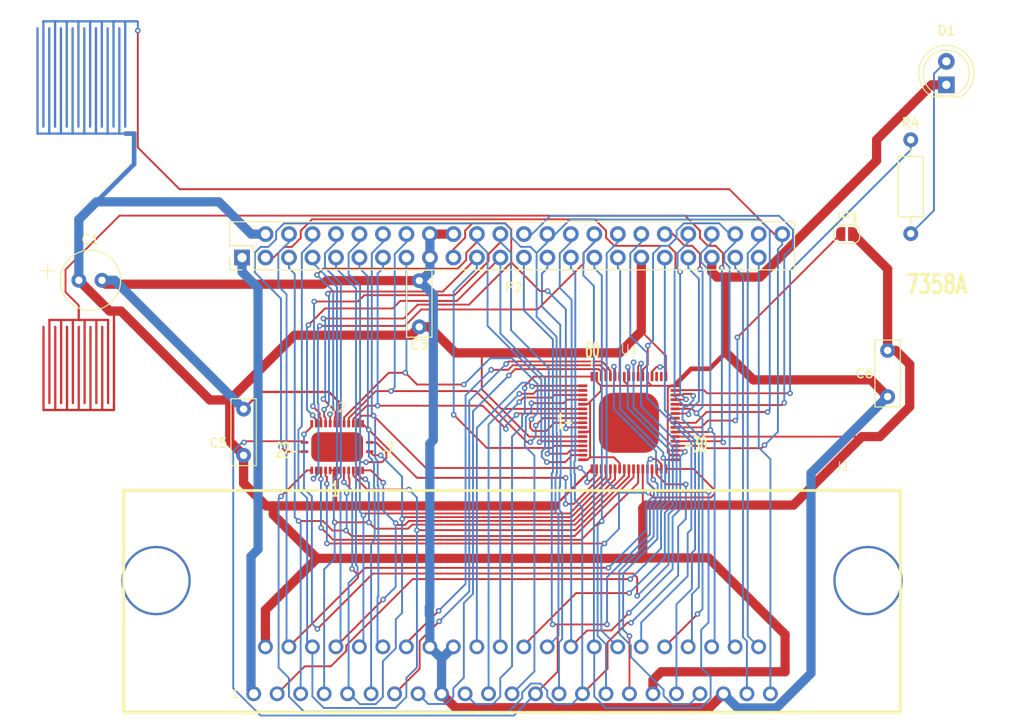
<source format=kicad_pcb>
(kicad_pcb (version 20240108) (generator "pcbnew") (generator_version "8.0")
  (layers (0 "F.Cu" signal) (31 "B.Cu" signal) (34 "B.Paste" user) (35 "F.Paste" user) (36 "B.SilkS" user "B.Silkscreen") (37 "F.SilkS" user "F.Silkscreen") (38 "B.Mask" user) (39 "F.Mask" user) (44 "Edge.Cuts" user))
  (net 0 "")
  (net 1 "Net-(D1-A)")
  (net 2 "/LED")
  (net 3 "/GND")
  (net 4 "/Jmp.VCC")
  (net 5 "/VCC")
  (net 6 "/A13")
  (net 7 "/A1")
  (net 8 "/D7.Sys")
  (net 9 "/~{Refresh}")
  (net 10 "/A8")
  (net 11 "/D3.Sys")
  (net 12 "/D0.Sys")
  (net 13 "/A2")
  (net 15 "/A10")
  (net 16 "/~{Reset.Sys}")
  (net 17 "/A11")
  (net 18 "/D1.Game")
  (net 19 "/~{CE.Sys}")
  (net 20 "/~{GG}")
  (net 21 "/~{Reset.Game}")
  (net 22 "/A3")
  (net 23 "/D2.Game")
  (net 24 "/Clock")
  (net 25 "/D6.Sys")
  (net 26 "/~{Write.Game}")
  (net 27 "/D5.Sys")
  (net 28 "/D1.Sys")
  (net 29 "/D4.Game")
  (net 30 "/A9")
  (net 31 "/A12")
  (net 32 "/D5.Game")
  (net 33 "/D2.Sys")
  (net 34 "/Top.Button")
  (net 35 "/~{M1}")
  (net 36 "/~{CE.Game}")
  (net 37 "/A7")
  (net 38 "/A5")
  (net 39 "/D6.Game")
  (net 40 "/~{EPROM.CE}")
  (net 41 "/A0")
  (net 42 "/D4.Sys")
  (net 43 "/~{Read}")
  (net 44 "/D3.Game")
  (net 45 "/A6")
  (net 46 "/A4")
  (net 47 "/~{IOReq}")
  (net 48 "/D7.Game")
  (net 49 "/Bottom.Button")
  (net 50 "/A15")
  (net 51 "/~{Write.Sys}")
  (net 53 "/A14")
  (net 54 "/D0.Game")
  (net 55 "/TV_R")
  (net 56 "/~{M8-B}")
  (net 57 "/TV_L")
  (net 58 "/+34V")
  (net 59 "/~{TV}")
  (net 60 "/~{M0-7}")
  (footprint "Capacitor_THT:C_Radial_D6.3mm_H5.0mm_P2.50mm" (layer "F.Cu") (at 105.9 99)
    (property "Reference" "C1")
    (property "Value" "C_Polarized")
  )
  (footprint "Game Gear:Cartridge Slot" (layer "F.Cu") (at 152.75 141.21)
    (property "Reference" "J1")
    (property "Value" "Game Cartridge Connector")
  )
  (footprint "Capacitor_THT:C_Disc_D7.0mm_W2.5mm_P5.00mm" (layer "F.Cu") (at 142.72 104.04 90)
    (property "Reference" "C3")
    (property "Value" "C_Small")
  )
  (footprint "Game Gear:12 Prong Button Pad" (layer "F.Cu") (at 105.89 104.59)
    (property "Reference" "SW1" (hide yes))
    (property "Value" "Bottom Button")
  )
  (footprint "Connector_PinHeader_2.54mm:PinHeader_2x24_P2.54mm_Vertical" (layer "F.Cu") (at 123.55 96.54 90)
    (property "Reference" "P2")
    (property "Value" "System Edge Connector")
  )
  (footprint "Resistor_THT:R_Axial_DIN0207_L6.3mm_D2.5mm_P10.16mm_Horizontal" (layer "F.Cu") (at 195.87 93.95 90)
    (property "Reference" "R4")
    (property "Value" "1.2K Ohm 5%")
  )
  (footprint "Capacitor_THT:C_Disc_D7.0mm_W2.5mm_P5.00mm" (layer "F.Cu") (at 123.72 117.94 90)
    (property "Reference" "C5")
    (property "Value" "C_Small")
  )
  (footprint "LED_THT:LED_D5.0mm" (layer "F.Cu") (at 199.72 77.85 90)
    (property "Reference" "D1")
    (property "Value" "LED")
  )
  (footprint "Game Gear:iMP PLD" (layer "F.Cu") (at 165.39 114.42)
    (property "Reference" "U1")
    (property "Value" "~")
  )
  (footprint "Capacitor_THT:C_Disc_D7.0mm_W2.5mm_P5.00mm" (layer "F.Cu") (at 193.37 111.59 90)
    (property "Reference" "C6")
    (property "Value" "C_Small")
  )
  (footprint "Jumper:SolderJumper-2_P1.3mm_Open_RoundedPad1.0x1.5mm" (layer "F.Cu") (at 188.945 94)
    (property "Reference" "JP1")
    (property "Value" "Jumper_2_Bridged")
  )
  (footprint "Game Gear:iMP EPROM" (layer "F.Cu") (at 133.835 117.045)
    (property "Reference" "U2")
    (property "Value" "~")
  )
  (footprint "Game Gear:16 Prong Button Pad" (layer "B.Cu") (at 106.49 70.975 180)
    (property "Reference" "SW2" (hide yes))
    (property "Value" "Top Button")
  )
  (gr_line (start 183.25 88.5) (end 183.25 85.5) (stroke (width 0.002)) (layer "Edge.Cuts"))
  (gr_line (start 199.77925 126.287453) (end 200.63735 126.287453) (stroke (width 0.002)) (layer "Edge.Cuts"))
  (gr_line (start 104.86345 126.289996) (end 105.72155 126.289996) (stroke (width 0.002)) (layer "Edge.Cuts"))
  (gr_arc (start 199.77925 126.287453) (mid 196.754435 122.936644) (end 200.0008 119.8) (stroke (width 0.002)) (layer "Edge.Cuts"))
  (gr_arc (start 188.75 86.90901) (mid 188.28436 88.03366) (end 187.16 88.5) (stroke (width 0.002)) (layer "Edge.Cuts"))
  (gr_line (start 100 70) (end 100 95.1) (stroke (width 0.002)) (layer "Edge.Cuts"))
  (gr_arc (start 118.34 88.5) (mid 117.21564 88.03366) (end 116.75 86.90901) (stroke (width 0.002)) (layer "Edge.Cuts"))
  (gr_line (start 205.5 95.1) (end 205.5 70) (stroke (width 0.002)) (layer "Edge.Cuts"))
  (gr_line (start 122.25 85.5) (end 183.25 85.5) (stroke (width 0.002)) (layer "Edge.Cuts"))
  (gr_line (start 188.75 86.90901) (end 188.75 70) (stroke (width 0.002)) (layer "Edge.Cuts"))
  (gr_line (start 188.75 70) (end 205.5 70) (stroke (width 0.002)) (layer "Edge.Cuts"))
  (gr_arc (start 207.9 97.5) (mid 206.202944 96.797056) (end 205.5 95.1) (stroke (width 0.002)) (layer "Edge.Cuts"))
  (gr_arc (start 100 95.1) (mid 99.297056 96.797056) (end 97.6 97.5) (stroke (width 0.002)) (layer "Edge.Cuts"))
  (gr_line (start 97.375 97.5) (end 97.6 97.5) (stroke (width 0.002)) (layer "Edge.Cuts"))
  (gr_line (start 104.86345 126.289996) (end 110.25 147) (stroke (width 0.002)) (layer "Edge.Cuts"))
  (gr_arc (start 105.5 119.802543) (mid 108.746365 122.939187) (end 105.72155 126.289996) (stroke (width 0.002)) (layer "Edge.Cuts"))
  (gr_line (start 183.25 88.5) (end 187.16 88.5) (stroke (width 0.002)) (layer "Edge.Cuts"))
  (gr_line (start 110.25 147) (end 195.25 147) (stroke (width 0.002)) (layer "Edge.Cuts"))
  (gr_line (start 200.63735 126.287453) (end 195.25 147) (stroke (width 0.002)) (layer "Edge.Cuts"))
  (gr_line (start 200.0008 119.8) (end 202.32475 119.8) (stroke (width 0.002)) (layer "Edge.Cuts"))
  (gr_line (start 118.34 88.5) (end 122.25 88.5) (stroke (width 0.002)) (layer "Edge.Cuts"))
  (gr_line (start 100 70) (end 116.75 70) (stroke (width 0.002)) (layer "Edge.Cuts"))
  (gr_line (start 103.17605 119.802543) (end 105.5 119.802543) (stroke (width 0.002)) (layer "Edge.Cuts"))
  (gr_line (start 116.75 70) (end 116.75 86.90901) (stroke (width 0.002)) (layer "Edge.Cuts"))
  (gr_line (start 207.9 97.5) (end 208.125 97.5) (stroke (width 0.002)) (layer "Edge.Cuts"))
  (gr_line (start 208.125 97.5) (end 202.32475 119.8) (stroke (width 0.002)) (layer "Edge.Cuts"))
  (gr_line (start 97.375 97.5) (end 103.17605 119.802543) (stroke (width 0.002)) (layer "Edge.Cuts"))
  (gr_line (start 122.25 85.5) (end 122.25 88.5) (stroke (width 0.002)) (layer "Edge.Cuts"))
  (gr_text "+" (at 101.22 98.99 0) (layer "F.SilkS") (effects (font (size 2 2) (thickness 0.1)) (justify left bottom)))
  (gr_text "7358A" (at 195.2 100.62 0) (layer "F.SilkS") (effects (font (size 2 1.4) (thickness 0.3) (bold yes)) (justify left bottom)))
  (segment (start 198.3802 76.6498) (end 199.72 75.31) (width 0.2) (layer "B.Cu") (net 1))
  (segment (start 195.87 93.95) (end 198.3802 91.4398) (width 0.2) (layer "B.Cu") (net 1))
  (segment (start 198.3802 91.4398) (end 198.3802 76.6498) (width 0.2) (layer "B.Cu") (net 1))
  (segment (start 173.5086 110.8892) (end 170.4208 110.8892) (width 0.2) (layer "F.Cu") (net 2))
  (segment (start 170.4208 110.8892) (end 170.39 110.92) (width 0.2) (layer "F.Cu") (net 2))
  (segment (start 173.8519 111.2325) (end 173.5086 110.8892) (width 0.2) (layer "F.Cu") (net 2))
  (segment (start 182.8178 111.2325) (end 173.8519 111.2325) (width 0.2) (layer "F.Cu") (net 2))
  (via (at 182.8178 111.2325) (size 0.6) (drill 0.3) (layers "F.Cu" "B.Cu") (net 2))
  (segment (start 195.87 84.8917) (end 182.8178 97.9439) (width 0.2) (layer "B.Cu") (net 2))
  (segment (start 195.87 83.79) (end 195.87 84.8917) (width 0.2) (layer "B.Cu") (net 2))
  (segment (start 182.8178 97.9439) (end 182.8178 111.2325) (width 0.2) (layer "B.Cu") (net 2))
  (segment (start 178.8413 109.78) (end 191.56 109.78) (width 1) (layer "F.Cu") (net 3))
  (segment (start 161.131 112.211) (end 160.922 112.42) (width 0.2) (layer "F.Cu") (net 3))
  (segment (start 160.922 112.42) (end 160.39 112.42) (width 0.2) (layer "F.Cu") (net 3))
  (segment (start 169.59 117.652) (end 169.59 114.188) (width 0.2) (layer "F.Cu") (net 3))
  (segment (start 169.59 114.188) (end 169.664 114.114) (width 0.2) (layer "F.Cu") (net 3))
  (segment (start 169.858 117.92) (end 169.59 117.652) (width 0.2) (layer "F.Cu") (net 3))
  (segment (start 161.19 118.152) (end 163.755 118.152) (width 0.2) (layer "F.Cu") (net 3))
  (segment (start 164.89 109.952) (end 164.89 109.42) (width 0.2) (layer "F.Cu") (net 3))
  (segment (start 132.3257 99.4233) (end 108.8233 99.4233) (width 1) (layer "F.Cu") (net 3))
  (segment (start 174.1213 108.58) (end 175.8813 106.82) (width 0.5) (layer "F.Cu") (net 3))
  (segment (start 170.44 110.26) (end 172.12 108.58) (width 0.5) (layer "F.Cu") (net 3))
  (segment (start 164.39 118.788) (end 164.39 119.42) (width 0.2) (layer "F.Cu") (net 3))
  (segment (start 169.858 110.42) (end 170.39 110.42) (width 0.2) (layer "F.Cu") (net 3))
  (segment (start 192.1786 83.7897) (end 198.1183 77.85) (width 1) (layer "F.Cu") (net 3))
  (segment (start 161.19 115.202) (end 161.19 118.152) (width 0.2) (layer "F.Cu") (net 3))
  (segment (start 108.8233 99.4233) (end 108.4 99) (width 1) (layer "F.Cu") (net 3))
  (segment (start 134.085 112.215) (end 132.95 111.08) (width 0.25) (layer "F.Cu") (net 3))
  (segment (start 134.085 114.52) (end 134.085 112.215) (width 0.25) (layer "F.Cu") (net 3))
  (segment (start 170.39 110.42) (end 169.858 110.42) (width 0.2) (layer "F.Cu") (net 3))
  (segment (start 175.8813 106.82) (end 178.8413 109.78) (width 1) (layer "F.Cu") (net 3))
  (segment (start 175.61 143.75) (end 174.1026 145.2574) (width 1) (layer "F.Cu") (net 3))
  (segment (start 169.858 113.92) (end 170.39 113.92) (width 0.2) (layer "F.Cu") (net 3))
  (segment (start 161.131 112.211) (end 161.131 112.271) (width 0.2) (layer "F.Cu") (net 3))
  (segment (start 160.972 115.42) (end 160.39 115.42) (width 0.2) (layer "F.Cu") (net 3))
  (segment (start 161.131 112.271) (end 161.19 112.33) (width 0.2) (layer "F.Cu") (net 3))
  (segment (start 174.9123 98.654) (end 175.8813 98.654) (width 1) (layer "F.Cu") (net 3))
  (segment (start 143.87 94) (end 146.41 94) (width 1) (layer "F.Cu") (net 3))
  (segment (start 175.8813 98.654) (end 179.5639 98.654) (width 1) (layer "F.Cu") (net 3))
  (segment (start 174.1026 145.2574) (end 146.6374 145.2574) (width 1) (layer "F.Cu") (net 3))
  (segment (start 161.89 109.952) (end 161.89 109.42) (width 0.2) (layer "F.Cu") (net 3))
  (segment (start 161.19 118.152) (end 160.922 118.42) (width 0.2) (layer "F.Cu") (net 3))
  (segment (start 162.358 110.985) (end 161.131 112.211) (width 0.2) (layer "F.Cu") (net 3))
  (segment (start 174.35 96.54) (end 174.35 98.0917) (width 1) (layer "F.Cu") (net 3))
  (segment (start 169.59 114.04) (end 169.59 110.688) (width 0.2) (layer "F.Cu") (net 3))
  (segment (start 162.358 110.42) (end 161.89 109.952) (width 0.2) (layer "F.Cu") (net 3))
  (segment (start 167.858 110.42) (end 165.358 110.42) (width 0.2) (layer "F.Cu") (net 3))
  (segment (start 169.664 114.114) (end 169.858 113.92) (width 0.2) (layer "F.Cu") (net 3))
  (segment (start 125.58 111.08) (end 123.72 112.94) (width 0.25) (layer "F.Cu") (net 3))
  (segment (start 142.72 99.04) (end 132.709 99.04) (width 1) (layer "F.Cu") (net 3))
  (segment (start 192.1786 86.0393) (end 192.1786 83.7897) (width 1) (layer "F.Cu") (net 3))
  (segment (start 132.709 99.04) (end 132.3257 99.4233) (width 1) (layer "F.Cu") (net 3))
  (segment (start 172.12 108.58) (end 174.1213 108.58) (width 0.5) (layer "F.Cu") (net 3))
  (segment (start 170.39 117.92) (end 169.858 117.92) (width 0.2) (layer "F.Cu") (net 3))
  (segment (start 199.72 77.85) (end 198.1183 77.85) (width 1) (layer "F.Cu") (net 3))
  (segment (start 132.95 111.08) (end 125.58 111.08) (width 0.25) (layer "F.Cu") (net 3))
  (segment (start 169.664 114.114) (end 169.59 114.04) (width 0.2) (layer "F.Cu") (net 3))
  (segment (start 191.56 109.78) (end 193.37 111.59) (width 1) (layer "F.Cu") (net 3))
  (segment (start 175.8813 106.82) (end 175.8813 98.654) (width 1) (layer "F.Cu") (net 3))
  (segment (start 165.358 110.42) (end 162.358 110.42) (width 0.2) (layer "F.Cu") (net 3))
  (segment (start 165.358 110.42) (end 164.89 109.952) (width 0.2) (layer "F.Cu") (net 3))
  (segment (start 146.6374 145.2574) (end 145.13 143.75) (width 1) (layer "F.Cu") (net 3))
  (segment (start 160.922 118.42) (end 160.39 118.42) (width 0.2) (layer "F.Cu") (net 3))
  (segment (start 161.19 115.202) (end 160.972 115.42) (width 0.2) (layer "F.Cu") (net 3))
  (segment (start 174.35 98.0917) (end 174.9123 98.654) (width 1) (layer "F.Cu") (net 3))
  (segment (start 167.858 110.42) (end 167.39 109.952) (width 0.2) (layer "F.Cu") (net 3))
  (segment (start 179.5639 98.654) (end 192.1786 86.0393) (width 1) (layer "F.Cu") (net 3))
  (segment (start 167.39 109.952) (end 167.39 109.42) (width 0.2) (layer "F.Cu") (net 3))
  (segment (start 169.858 110.42) (end 167.858 110.42) (width 0.2) (layer "F.Cu") (net 3))
  (segment (start 169.59 110.688) (end 169.858 110.42) (width 0.2) (layer "F.Cu") (net 3))
  (segment (start 161.19 112.33) (end 161.19 115.202) (width 0.2) (layer "F.Cu") (net 3))
  (segment (start 162.358 110.42) (end 162.358 110.985) (width 0.2) (layer "F.Cu") (net 3))
  (segment (start 163.755 118.152) (end 164.39 118.788) (width 0.2) (layer "F.Cu") (net 3))
  (segment (start 123.72 112.94) (end 109.78 99) (width 1) (layer "B.Cu") (net 3))
  (segment (start 146.4 138.67) (end 145.13 139.94) (width 1) (layer "B.Cu") (net 3))
  (segment (start 142.8209 99.1408) (end 144.2349 100.5549) (width 1) (layer "B.Cu") (net 3))
  (segment (start 185.0801 141.5358) (end 181.3313 145.2846) (width 1) (layer "B.Cu") (net 3))
  (segment (start 193.37 111.59) (end 185.0801 119.8799) (width 1) (layer "B.Cu") (net 3))
  (segment (start 143.87 96.54) (end 143.87 98.0917) (width 1) (layer "B.Cu") (net 3))
  (segment (start 181.3313 145.2846) (end 177.1446 145.2846) (width 1) (layer "B.Cu") (net 3))
  (segment (start 143.87 98.0917) (end 142.8209 99.1408) (width 1) (layer "B.Cu") (net 3))
  (segment (start 185.0801 119.8799) (end 185.0801 141.5358) (width 1) (layer "B.Cu") (net 3))
  (segment (start 177.1446 145.2846) (end 175.61 143.75) (width 1) (layer "B.Cu") (net 3))
  (segment (start 142.72 99.04) (end 142.8209 99.1408) (width 1) (layer "B.Cu") (net 3))
  (segment (start 145.13 143.75) (end 145.13 139.94) (width 1) (layer "B.Cu") (net 3))
  (segment (start 109.78 99) (end 108.4 99) (width 1) (layer "B.Cu") (net 3))
  (segment (start 143.8054 135.1917) (end 143.86 135.2463) (width 1) (layer "B.Cu") (net 3))
  (segment (start 143.86 134.3027) (end 143.8054 134.3573) (width 1) (layer "B.Cu") (net 3))
  (segment (start 143.86 116.6694) (end 143.86 134.3027) (width 1) (layer "B.Cu") (net 3))
  (segment (start 143.8054 134.3573) (end 143.8054 135.1917) (width 1) (layer "B.Cu") (net 3))
  (segment (start 144.2349 100.5549) (end 144.2349 116.2945) (width 1) (layer "B.Cu") (net 3))
  (segment (start 143.87 94) (end 143.87 96.54) (width 1) (layer "B.Cu") (net 3))
  (segment (start 145.13 139.94) (end 143.86 138.67) (width 1) (layer "B.Cu") (net 3))
  (segment (start 144.2349 116.2945) (end 143.86 116.6694) (width 1) (layer "B.Cu") (net 3))
  (segment (start 143.86 135.2463) (end 143.86 138.67) (width 1) (layer "B.Cu") (net 3))
  (segment (start 177.1227 105.1723) (end 188.295 94) (width 0.2) (layer "F.Cu") (net 4))
  (segment (start 173.947 114.1797) (end 176.8875 114.1797) (width 0.2) (layer "F.Cu") (net 4))
  (segment (start 170.39 114.92) (end 173.2067 114.92) (width 0.2) (layer "F.Cu") (net 4))
  (segment (start 173.2067 114.92) (end 173.947 114.1797) (width 0.2) (layer "F.Cu") (net 4))
  (via (at 176.8875 114.1797) (size 0.6) (drill 0.3) (layers "F.Cu" "B.Cu") (net 4))
  (via (at 177.1227 105.1723) (size 0.6) (drill 0.3) (layers "F.Cu" "B.Cu") (net 4))
  (segment (start 177.1227 105.1723) (end 177.1227 113.9445) (width 0.2) (layer "B.Cu") (net 4))
  (segment (start 177.1227 113.9445) (end 176.8875 114.1797) (width 0.2) (layer "B.Cu") (net 4))
  (segment (start 149.48 110.8) (end 149.48 106.8561) (width 0.2) (layer "F.Cu") (net 5))
  (segment (start 146.6161 106.8561) (end 147.3165 106.8561) (width 1) (layer "F.Cu") (net 5))
  (segment (start 169.39 107.1761) (end 166.73 104.5161) (width 0.2) (layer "F.Cu") (net 5))
  (segment (start 133.585 119.57) (end 133.585 123.415) (width 0.5) (layer "F.Cu") (net 5))
  (segment (start 126.17 123.42) (end 123.72 120.97) (width 1) (layer "F.Cu") (net 5))
  (segment (start 166.73 104.5161) (end 164.39 106.8561) (width 1) (layer "F.Cu") (net 5))
  (segment (start 142.72 104.04) (end 143.8 104.04) (width 1) (layer "F.Cu") (net 5))
  (segment (start 190.596 115.92) (end 183.1846 123.3314) (width 1) (layer "F.Cu") (net 5))
  (segment (start 194.25 106.59) (end 193.37 106.59) (width 1) (layer "F.Cu") (net 5))
  (segment (start 133.085 119.57) (end 133.585 119.57) (width 0.2) (layer "F.Cu") (net 5))
  (segment (start 122.2183 111.9522) (end 120.0722 111.9522) (width 1) (layer "F.Cu") (net 5))
  (segment (start 151.6 112.92) (end 149.48 110.8) (width 0.2) (layer "F.Cu") (net 5))
  (segment (start 160.39 112.92) (end 151.6 112.92) (width 0.2) (layer "F.Cu") (net 5))
  (segment (start 131.6591 129.0937) (end 126.08 134.6728) (width 1) (layer "F.Cu") (net 5))
  (segment (start 168.88 141.37) (end 167.99 142.26) (width 1) (layer "F.Cu") (net 5))
  (segment (start 141.8179 104.9421) (end 142.72 104.04) (width 1) (layer "F.Cu") (net 5))
  (segment (start 129.2284 104.9421) (end 141.8179 104.9421) (width 1) (layer "F.Cu") (net 5))
  (segment (start 173.9969 129.0469) (end 182.28 137.33) (width 1) (layer "F.Cu") (net 5))
  (segment (start 143.8 104.04) (end 146.6161 106.8561) (width 1) (layer "F.Cu") (net 5))
  (segment (start 123.72 120.97) (end 123.72 117.94) (width 1) (layer "F.Cu") (net 5))
  (segment (start 192.52 115.92) (end 195.76 112.68) (width 1) (layer "F.Cu") (net 5))
  (segment (start 190.596 115.92) (end 192.52 115.92) (width 1) (layer "F.Cu") (net 5))
  (segment (start 149.48 106.8561) (end 147.3165 106.8561) (width 0.2) (layer "F.Cu") (net 5))
  (segment (start 195.76 112.68) (end 195.76 108.1) (width 1) (layer "F.Cu") (net 5))
  (segment (start 122.2183 111.9522) (end 129.2284 104.9421) (width 1) (layer "F.Cu") (net 5))
  (segment (start 169.39 109.42) (end 169.39 107.1761) (width 0.2) (layer "F.Cu") (net 5))
  (segment (start 154.6 115.92) (end 151.6 112.92) (width 0.2) (layer "F.Cu") (net 5))
  (segment (start 166.89 119.42) (end 166.89 123.0217) (width 0.2) (layer "F.Cu") (net 5))
  (segment (start 133.59 123.42) (end 126.933 123.42) (width 1) (layer "F.Cu") (net 5))
  (segment (start 193.37 97.775) (end 193.37 106.59) (width 1) (layer "F.Cu") (net 5))
  (segment (start 182.28 137.33) (end 182.28 141.37) (width 1) (layer "F.Cu") (net 5))
  (segment (start 166.8432 129.0937) (end 131.6591 129.0937) (width 1) (layer "F.Cu") (net 5))
  (segment (start 189.595 94) (end 193.37 97.775) (width 1) (layer "F.Cu") (net 5))
  (segment (start 166.73 96.54) (end 166.73 104.5161) (width 1) (layer "F.Cu") (net 5))
  (segment (start 170.39 115.92) (end 190.596 115.92) (width 0.2) (layer "F.Cu") (net 5))
  (segment (start 126.933 123.42) (end 126.17 123.42) (width 1) (layer "F.Cu") (net 5))
  (segment (start 183.1846 123.3314) (end 167.1997 123.3314) (width 1) (layer "F.Cu") (net 5))
  (segment (start 122.2183 116.4383) (end 123.72 117.94) (width 1) (layer "F.Cu") (net 5))
  (segment (start 122.2183 111.9522) (end 122.2183 116.4383) (width 1) (layer "F.Cu") (net 5))
  (segment (start 167.99 142.26) (end 167.99 143.75) (width 1) (layer "F.Cu") (net 5))
  (segment (start 131.6591 129.0937) (end 126.933 124.3676) (width 1) (layer "F.Cu") (net 5))
  (segment (start 110.45 102.33) (end 109.23 102.33) (width 1) (layer "F.Cu") (net 5))
  (segment (start 161.39 119.42) (end 157.39 123.42) (width 0.25) (layer "F.Cu") (net 5))
  (segment (start 166.89 123.6411) (end 166.89 129.0469) (width 1) (layer "F.Cu") (net 5))
  (segment (start 167.1997 123.3314) (end 166.89 123.6411) (width 1) (layer "F.Cu") (net 5))
  (segment (start 133.585 123.415) (end 133.59 123.42) (width 0.2) (layer "F.Cu") (net 5))
  (segment (start 166.89 129.0469) (end 166.8432 129.0937) (width 1) (layer "F.Cu") (net 5))
  (segment (start 126.933 124.3676) (end 126.933 123.42) (width 1) (layer "F.Cu") (net 5))
  (segment (start 195.76 108.1) (end 194.25 106.59) (width 1) (layer "F.Cu") (net 5))
  (segment (start 147.3165 106.8561) (end 164.39 106.8561) (width 1) (layer "F.Cu") (net 5))
  (segment (start 109.23 102.33) (end 105.9 99) (width 1) (layer "F.Cu") (net 5))
  (segment (start 133.585 119.57) (end 134.085 119.57) (width 0.2) (layer "F.Cu") (net 5))
  (segment (start 164.39 106.8561) (end 164.39 109.42) (width 0.2) (layer "F.Cu") (net 5))
  (segment (start 157.39 123.42) (end 133.59 123.42) (width 1) (layer "F.Cu") (net 5))
  (segment (start 166.89 129.0469) (end 173.9969 129.0469) (width 1) (layer "F.Cu") (net 5))
  (segment (start 182.28 141.37) (end 168.88 141.37) (width 1) (layer "F.Cu") (net 5))
  (segment (start 126.08 134.6728) (end 126.08 138.67) (width 1) (layer "F.Cu") (net 5))
  (segment (start 160.39 115.92) (end 154.6 115.92) (width 0.2) (layer "F.Cu") (net 5))
  (segment (start 120.0722 111.9522) (end 110.45 102.33) (width 1) (layer "F.Cu") (net 5))
  (segment (start 126.09 94) (end 124.5383 94) (width 1) (layer "B.Cu") (net 5))
  (segment (start 111.88 86.43) (end 107.8 90.51) (width 0.5) (layer "B.Cu") (net 5))
  (segment (start 110.96 83.125) (end 111.88 83.125) (width 0.5) (layer "B.Cu") (net 5))
  (segment (start 111.88 83.125) (end 111.88 86.43) (width 0.5) (layer "B.Cu") (net 5))
  (segment (start 107.8 90.51) (end 105.9 92.41) (width 1) (layer "B.Cu") (net 5))
  (segment (start 107.8 90.51) (end 121.0483 90.51) (width 1) (layer "B.Cu") (net 5))
  (segment (start 105.9 92.41) (end 105.9 99) (width 1) (layer "B.Cu") (net 5))
  (segment (start 121.0483 90.51) (end 124.5383 94) (width 1) (layer "B.Cu") (net 5))
  (segment (start 132.7222 120.2881) (end 132.585 120.1509) (width 0.2) (layer "F.Cu") (net 6))
  (segment (start 174.6466 122.115) (end 174.2582 122.5034) (width 0.2) (layer "F.Cu") (net 6))
  (segment (start 132.585 120.1509) (end 132.585 119.57) (width 0.2) (layer "F.Cu") (net 6))
  (segment (start 169.39 119.42) (end 172.374 119.42) (width 0.2) (layer "F.Cu") (net 6))
  (segment (start 168.019 122.5034) (end 167.492 121.9764) (width 0.2) (layer "F.Cu") (net 6))
  (segment (start 174.2582 122.5034) (end 168.019 122.5034) (width 0.2) (layer "F.Cu") (net 6))
  (segment (start 172.374 119.42) (end 174.6466 121.6926) (width 0.2) (layer "F.Cu") (net 6))
  (segment (start 132.7222 121.0248) (end 132.7222 120.2881) (width 0.2) (layer "F.Cu") (net 6))
  (segment (start 174.6466 121.6926) (end 174.6466 122.115) (width 0.2) (layer "F.Cu") (net 6))
  (segment (start 132.7363 127.4853) (end 162.744 127.4853) (width 0.2) (layer "F.Cu") (net 6))
  (via (at 132.7363 127.4853) (size 0.6) (drill 0.3) (layers "F.Cu" "B.Cu") (net 6))
  (via (at 132.7222 121.0248) (size 0.6) (drill 0.3) (layers "F.Cu" "B.Cu") (net 6))
  (via (at 167.492 121.9764) (size 0.6) (drill 0.3) (layers "F.Cu" "B.Cu") (net 6))
  (via (at 162.744 127.4853) (size 0.6) (drill 0.3) (layers "F.Cu" "B.Cu") (net 6))
  (segment (start 162.4062 127.8231) (end 162.4062 136.8962) (width 0.2) (layer "B.Cu") (net 6))
  (segment (start 162.9826 120.643) (end 162.9826 96.0906) (width 0.2) (layer "B.Cu") (net 6))
  (segment (start 162.9826 96.0906) (end 164.19 94.8832) (width 0.2) (layer "B.Cu") (net 6))
  (segment (start 164.316 121.9764) (end 167.492 121.9764) (width 0.2) (layer "B.Cu") (net 6))
  (segment (start 164.316 125.9133) (end 164.316 121.9764) (width 0.2) (layer "B.Cu") (net 6))
  (segment (start 162.744 127.4853) (end 164.316 125.9133) (width 0.2) (layer "B.Cu") (net 6))
  (segment (start 164.316 121.9764) (end 162.9826 120.643) (width 0.2) (layer "B.Cu") (net 6))
  (segment (start 162.4062 136.8962) (end 164.18 138.67) (width 0.2) (layer "B.Cu") (net 6))
  (segment (start 164.19 94.8832) (end 164.19 94) (width 0.2) (layer "B.Cu") (net 6))
  (segment (start 132.7222 127.4712) (end 132.7363 127.4853) (width 0.2) (layer "B.Cu") (net 6))
  (segment (start 162.744 127.4853) (end 162.4062 127.8231) (width 0.2) (layer "B.Cu") (net 6))
  (segment (start 132.7222 121.0248) (end 132.7222 127.4712) (width 0.2) (layer "B.Cu") (net 6))
  (segment (start 159.4215 123.2008) (end 162.39 120.2323) (width 0.2) (layer "F.Cu") (net 7))
  (segment (start 136.585 114.52) (end 137.2436 115.1786) (width 0.2) (layer "F.Cu") (net 7))
  (segment (start 137.2436 115.1786) (end 137.2622 115.1786) (width 0.2) (layer "F.Cu") (net 7))
  (segment (start 142.4626 120.379) (end 158.5469 120.379) (width 0.2) (layer "F.Cu") (net 7))
  (segment (start 158.5469 123.2008) (end 159.4215 123.2008) (width 0.2) (layer "F.Cu") (net 7))
  (segment (start 162.39 120.2323) (end 162.39 119.42) (width 0.2) (layer "F.Cu") (net 7))
  (segment (start 137.2622 115.1786) (end 142.4626 120.379) (width 0.2) (layer "F.Cu") (net 7))
  (via (at 158.5469 123.2008) (size 0.6) (drill 0.3) (layers "F.Cu" "B.Cu") (net 7))
  (via (at 158.5469 120.379) (size 0.6) (drill 0.3) (layers "F.Cu" "B.Cu") (net 7))
  (via (at 137.2622 115.1786) (size 0.6) (drill 0.3) (layers "F.Cu" "B.Cu") (net 7))
  (segment (start 137.51 127.4906) (end 137.51 143.75) (width 0.2) (layer "B.Cu") (net 7))
  (segment (start 137.8878 127.1128) (end 137.51 127.4906) (width 0.2) (layer "B.Cu") (net 7))
  (segment (start 137.8878 121.4444) (end 137.8878 127.1128) (width 0.2) (layer "B.Cu") (net 7))
  (segment (start 137.2622 118.0749) (end 137.5987 118.4114) (width 0.2) (layer "B.Cu") (net 7))
  (segment (start 137.821 118.7341) (end 137.821 121.3776) (width 0.2) (layer "B.Cu") (net 7))
  (segment (start 137.5987 118.4114) (end 137.5987 118.5118) (width 0.2) (layer "B.Cu") (net 7))
  (segment (start 137.2622 115.1786) (end 137.2622 118.0749) (width 0.2) (layer "B.Cu") (net 7))
  (segment (start 136.25 96.54) (end 136.25 97.6917) (width 0.2) (layer "B.Cu") (net 7))
  (segment (start 137.5987 118.5118) (end 137.821 118.7341) (width 0.2) (layer "B.Cu") (net 7))
  (segment (start 137.821 121.3776) (end 137.8878 121.4444) (width 0.2) (layer "B.Cu") (net 7))
  (segment (start 137.1561 98.5978) (end 137.1561 115.0725) (width 0.2) (layer "B.Cu") (net 7))
  (segment (start 136.25 97.6917) (end 137.1561 98.5978) (width 0.2) (layer "B.Cu") (net 7))
  (segment (start 137.1561 115.0725) (end 137.2622 115.1786) (width 0.2) (layer "B.Cu") (net 7))
  (segment (start 158.5469 120.379) (end 158.5469 123.2008) (width 0.2) (layer "B.Cu") (net 7))
  (segment (start 131.585 114.52) (end 131.585 114.0869) (width 0.2) (layer "F.Cu") (net 8))
  (segment (start 132.5259 102.0491) (end 139.8458 102.0491) (width 0.2) (layer "F.Cu") (net 8))
  (segment (start 159.2468 117.92) (end 158.4899 118.6769) (width 0.2) (layer "F.Cu") (net 8))
  (segment (start 131.1893 113.6912) (end 131.1893 113.6105) (width 0.2) (layer "F.Cu") (net 8))
  (segment (start 139.8458 102.0491) (end 140.6646 101.2303) (width 0.2) (layer "F.Cu") (net 8))
  (segment (start 160.39 117.92) (end 159.2468 117.92) (width 0.2) (layer "F.Cu") (net 8))
  (segment (start 140.6646 101.2303) (end 146.7997 101.2303) (width 0.2) (layer "F.Cu") (net 8))
  (segment (start 158.4899 118.6769) (end 156.5196 118.6769) (width 0.2) (layer "F.Cu") (net 8))
  (segment (start 146.7997 101.2303) (end 151.49 96.54) (width 0.2) (layer "F.Cu") (net 8))
  (segment (start 130.7347 103.8403) (end 132.5259 102.0491) (width 0.2) (layer "F.Cu") (net 8))
  (segment (start 131.585 114.0869) (end 131.1893 113.6912) (width 0.2) (layer "F.Cu") (net 8))
  (via (at 130.7347 103.8403) (size 0.6) (drill 0.3) (layers "F.Cu" "B.Cu") (net 8))
  (via (at 156.5196 118.6769) (size 0.6) (drill 0.3) (layers "F.Cu" "B.Cu") (net 8))
  (via (at 131.1893 113.6105) (size 0.6) (drill 0.3) (layers "F.Cu" "B.Cu") (net 8))
  (segment (start 156.318 109.5874) (end 156.318 117.1689) (width 0.2) (layer "B.Cu") (net 8))
  (segment (start 130.5744 104.0006) (end 130.5744 112.9956) (width 0.2) (layer "B.Cu") (net 8))
  (segment (start 151.49 97.6917) (end 151.49 104.7594) (width 0.2) (layer "B.Cu") (net 8))
  (segment (start 156.318 117.1689) (end 155.9662 117.5207) (width 0.2) (layer "B.Cu") (net 8))
  (segment (start 155.9662 117.5207) (end 155.9662 118.1235) (width 0.2) (layer "B.Cu") (net 8))
  (segment (start 151.49 104.7594) (end 156.318 109.5874) (width 0.2) (layer "B.Cu") (net 8))
  (segment (start 130.7347 103.8403) (end 130.5744 104.0006) (width 0.2) (layer "B.Cu") (net 8))
  (segment (start 155.9662 118.1235) (end 156.5196 118.6769) (width 0.2) (layer "B.Cu") (net 8))
  (segment (start 151.49 96.54) (end 151.49 97.6917) (width 0.2) (layer "B.Cu") (net 8))
  (segment (start 130.5744 112.9956) (end 131.1893 113.6105) (width 0.2) (layer "B.Cu") (net 8))
  (segment (start 172.3551 111.5013) (end 172.1447 111.2909) (width 0.2) (layer "F.Cu") (net 9))
  (segment (start 171.3209 111.2909) (end 171.1918 111.42) (width 0.2) (layer "F.Cu") (net 9))
  (segment (start 171.1918 111.42) (end 170.39 111.42) (width 0.2) (layer "F.Cu") (net 9))
  (segment (start 172.1447 111.2909) (end 171.3209 111.2909) (width 0.2) (layer "F.Cu") (net 9))
  (via (at 172.3551 111.5013) (size 0.6) (drill 0.3) (layers "F.Cu" "B.Cu") (net 9))
  (segment (start 171.1899 112.895) (end 171.4357 112.6492) (width 0.2) (layer "B.Cu") (net 9))
  (segment (start 172.2036 138.2664) (end 172.2036 132.9692) (width 0.2) (layer "B.Cu") (net 9))
  (segment (start 172.2036 132.9692) (end 172.9478 132.225) (width 0.2) (layer "B.Cu") (net 9))
  (segment (start 171.4357 112.6492) (end 170.3273 111.5408) (width 0.2) (layer "B.Cu") (net 9))
  (segment (start 171.1899 114.0614) (end 171.1899 112.895) (width 0.2) (layer "B.Cu") (net 9))
  (segment (start 171.8 138.67) (end 172.2036 138.2664) (width 0.2) (layer "B.Cu") (net 9))
  (segment (start 171.81 94.8832) (end 171.81 94) (width 0.2) (layer "B.Cu") (net 9))
  (segment (start 172.9478 132.225) (end 172.9478 115.8193) (width 0.2) (layer "B.Cu") (net 9))
  (segment (start 171.4357 112.6492) (end 171.6965 112.6492) (width 0.2) (layer "B.Cu") (net 9))
  (segment (start 172.3551 111.9906) (end 172.3551 111.5013) (width 0.2) (layer "B.Cu") (net 9))
  (segment (start 170.3273 97.8303) (end 170.6533 97.5043) (width 0.2) (layer "B.Cu") (net 9))
  (segment (start 170.6533 97.5043) (end 170.6533 96.0399) (width 0.2) (layer "B.Cu") (net 9))
  (segment (start 172.9478 115.8193) (end 171.1899 114.0614) (width 0.2) (layer "B.Cu") (net 9))
  (segment (start 171.6965 112.6492) (end 172.3551 111.9906) (width 0.2) (layer "B.Cu") (net 9))
  (segment (start 170.3273 111.5408) (end 170.3273 97.8303) (width 0.2) (layer "B.Cu") (net 9))
  (segment (start 170.6533 96.0399) (end 171.81 94.8832) (width 0.2) (layer "B.Cu") (net 9))
  (segment (start 166.39 120.9354) (end 166.39 119.42) (width 0.2) (layer "F.Cu") (net 10))
  (segment (start 160.2418 127.0836) (end 133.4049 127.0836) (width 0.2) (layer "F.Cu") (net 10))
  (segment (start 162.4572 125.0806) (end 162.351 124.9744) (width 0.2) (layer "F.Cu") (net 10))
  (segment (start 132.085 120.5023) (end 132.0802 120.5071) (width 0.2) (layer "F.Cu") (net 10))
  (segment (start 162.351 124.9744) (end 160.2418 127.0836) (width 0.2) (layer "F.Cu") (net 10))
  (segment (start 162.351 124.9744) (end 166.39 120.9354) (width 0.2) (layer "F.Cu") (net 10))
  (segment (start 133.4049 127.0836) (end 132.1009 125.7796) (width 0.2) (layer "F.Cu") (net 10))
  (segment (start 132.085 119.57) (end 132.085 120.5023) (width 0.2) (layer "F.Cu") (net 10))
  (via (at 132.0802 120.5071) (size 0.6) (drill 0.3) (layers "F.Cu" "B.Cu") (net 10))
  (via (at 132.1009 125.7796) (size 0.6) (drill 0.3) (layers "F.Cu" "B.Cu") (net 10))
  (via (at 162.4572 125.0806) (size 0.6) (drill 0.3) (layers "F.Cu" "B.Cu") (net 10))
  (segment (start 162.4572 98.4989) (end 161.65 97.6917) (width 0.2) (layer "B.Cu") (net 10))
  (segment (start 162.91 138.3819) (end 162.91 143.75) (width 0.2) (layer "B.Cu") (net 10))
  (segment (start 132.0802 125.7589) (end 132.0802 120.5071) (width 0.2) (layer "B.Cu") (net 10))
  (segment (start 132.1009 125.7796) (end 132.0802 125.7589) (width 0.2) (layer "B.Cu") (net 10))
  (segment (start 161.65 96.54) (end 161.65 97.6917) (width 0.2) (layer "B.Cu") (net 10))
  (segment (start 162.4572 125.0806) (end 162.4572 98.4989) (width 0.2) (layer "B.Cu") (net 10))
  (segment (start 162.0045 125.5333) (end 162.0045 137.4764) (width 0.2) (layer "B.Cu") (net 10))
  (segment (start 162.0045 137.4764) (end 162.91 138.3819) (width 0.2) (layer "B.Cu") (net 10))
  (segment (start 162.4572 125.0806) (end 162.0045 125.5333) (width 0.2) (layer "B.Cu") (net 10))
  (segment (start 152.6674 93.4859) (end 152.009 92.8275) (width 0.2) (layer "F.Cu") (net 11))
  (segment (start 160.39 114.92) (end 158.6888 114.92) (width 0.2) (layer "F.Cu") (net 11))
  (segment (start 152.009 92.8275) (end 148.4717 92.8275) (width 0.2) (layer "F.Cu") (net 11))
  (segment (start 152.6674 97.0648) (end 152.6674 93.4859) (width 0.2) (layer "F.Cu") (net 11))
  (segment (start 133.6537 113.747) (end 133.6537 113.164) (width 0.2) (layer "F.Cu") (net 11))
  (segment (start 155.7678 100.1652) (end 156.5981 100.1652) (width 0.2) (layer "F.Cu") (net 11))
  (segment (start 147.68 94.3868) (end 146.41 95.6568) (width 0.2) (layer "F.Cu") (net 11))
  (segment (start 148.4717 92.8275) (end 147.68 93.6192) (width 0.2) (layer "F.Cu") (net 11))
  (segment (start 152.6674 97.0648) (end 155.7678 100.1652) (width 0.2) (layer "F.Cu") (net 11))
  (segment (start 132.3467 103.1385) (end 141.0451 103.1385) (width 0.2) (layer "F.Cu") (net 11))
  (segment (start 147.68 93.6192) (end 147.68 94.3868) (width 0.2) (layer "F.Cu") (net 11))
  (segment (start 146.41 95.6568) (end 146.41 96.54) (width 0.2) (layer "F.Cu") (net 11))
  (segment (start 148.1002 101.632) (end 152.6674 97.0648) (width 0.2) (layer "F.Cu") (net 11))
  (segment (start 158.6888 114.92) (end 158.5685 115.0403) (width 0.2) (layer "F.Cu") (net 11))
  (segment (start 133.585 114.52) (end 133.585 113.8157) (width 0.2) (layer "F.Cu") (net 11))
  (segment (start 133.585 113.8157) (end 133.6537 113.747) (width 0.2) (layer "F.Cu") (net 11))
  (segment (start 141.0451 103.1385) (end 142.5516 101.632) (width 0.2) (layer "F.Cu") (net 11))
  (segment (start 142.5516 101.632) (end 148.1002 101.632) (width 0.2) (layer "F.Cu") (net 11))
  (segment (start 133.6537 113.164) (end 132.3467 111.857) (width 0.2) (layer "F.Cu") (net 11))
  (via (at 132.3467 111.857) (size 0.6) (drill 0.3) (layers "F.Cu" "B.Cu") (net 11))
  (via (at 132.3467 103.1385) (size 0.6) (drill 0.3) (layers "F.Cu" "B.Cu") (net 11))
  (via (at 158.5685 115.0403) (size 0.6) (drill 0.3) (layers "F.Cu" "B.Cu") (net 11))
  (via (at 156.5981 100.1652) (size 0.6) (drill 0.3) (layers "F.Cu" "B.Cu") (net 11))
  (segment (start 132.5468 103.3386) (end 132.3467 103.1385) (width 0.2) (layer "B.Cu") (net 11))
  (segment (start 158.5685 102.1356) (end 158.5685 115.0403) (width 0.2) (layer "B.Cu") (net 11))
  (segment (start 132.3467 111.857) (end 132.5468 111.6569) (width 0.2) (layer "B.Cu") (net 11))
  (segment (start 132.5468 111.6569) (end 132.5468 103.3386) (width 0.2) (layer "B.Cu") (net 11))
  (segment (start 156.5981 100.1652) (end 158.5685 102.1356) (width 0.2) (layer "B.Cu") (net 11))
  (segment (start 153.3755 113.42) (end 153.2334 113.5621) (width 0.2) (layer "F.Cu") (net 12))
  (segment (start 149.5727 112.5732) (end 152.088 115.0885) (width 0.2) (layer "F.Cu") (net 12))
  (segment (start 138.2129 112.5732) (end 149.5727 112.5732) (width 0.2) (layer "F.Cu") (net 12))
  (segment (start 135.585 114.0163) (end 137.0281 112.5732) (width 0.2) (layer "F.Cu") (net 12))
  (segment (start 135.585 114.52) (end 135.585 114.0163) (width 0.2) (layer "F.Cu") (net 12))
  (segment (start 137.0281 112.5732) (end 138.2129 112.5732) (width 0.2) (layer "F.Cu") (net 12))
  (segment (start 160.39 113.42) (end 153.3755 113.42) (width 0.2) (layer "F.Cu") (net 12))
  (via (at 152.088 115.0885) (size 0.6) (drill 0.3) (layers "F.Cu" "B.Cu") (net 12))
  (via (at 138.2129 112.5732) (size 0.6) (drill 0.3) (layers "F.Cu" "B.Cu") (net 12))
  (via (at 153.2334 113.5621) (size 0.6) (drill 0.3) (layers "F.Cu" "B.Cu") (net 12))
  (segment (start 152.088 114.7075) (end 153.2334 113.5621) (width 0.2) (layer "B.Cu") (net 12))
  (segment (start 138.2129 98.2688) (end 138.2129 112.5732) (width 0.2) (layer "B.Cu") (net 12))
  (segment (start 152.088 115.0885) (end 152.088 114.7075) (width 0.2) (layer "B.Cu") (net 12))
  (segment (start 138.79 97.6917) (end 138.2129 98.2688) (width 0.2) (layer "B.Cu") (net 12))
  (segment (start 138.79 96.54) (end 138.79 97.6917) (width 0.2) (layer "B.Cu") (net 12))
  (segment (start 138.6856 118.6867) (end 139.1585 118.2138) (width 0.2) (layer "F.Cu") (net 13))
  (segment (start 138.0323 116.545) (end 137.36 116.545) (width 0.2) (layer "F.Cu") (net 13))
  (segment (start 162.89 120.3235) (end 162.89 119.42) (width 0.2) (layer "F.Cu") (net 13))
  (segment (start 136.8781 124.2359) (end 158.9776 124.2359) (width 0.2) (layer "F.Cu") (net 13))
  (segment (start 136.6759 124.4381) (end 136.8781 124.2359) (width 0.2) (layer "F.Cu") (net 13))
  (segment (start 139.1585 118.2138) (end 139.1585 117.6712) (width 0.2) (layer "F.Cu") (net 13))
  (segment (start 158.9776 124.2359) (end 162.89 120.3235) (width 0.2) (layer "F.Cu") (net 13))
  (segment (start 136.9622 118.6867) (end 138.6856 118.6867) (width 0.2) (layer "F.Cu") (net 13))
  (segment (start 139.1585 117.6712) (end 138.0323 116.545) (width 0.2) (layer "F.Cu") (net 13))
  (via (at 136.9622 118.6867) (size 0.6) (drill 0.3) (layers "F.Cu" "B.Cu") (net 13))
  (via (at 136.6759 124.4381) (size 0.6) (drill 0.3) (layers "F.Cu" "B.Cu") (net 13))
  (segment (start 136.3163 99.6009) (end 136.3163 118.6867) (width 0.2) (layer "B.Cu") (net 13))
  (segment (start 136.24 138.67) (end 136.6759 138.2341) (width 0.2) (layer "B.Cu") (net 13))
  (segment (start 136.2855 124.0477) (end 136.6759 124.4381) (width 0.2) (layer "B.Cu") (net 13))
  (segment (start 135.0726 96.0606) (end 135.0726 98.3572) (width 0.2) (layer "B.Cu") (net 13))
  (segment (start 136.9622 118.6867) (end 136.3163 118.6867) (width 0.2) (layer "B.Cu") (net 13))
  (segment (start 136.25 94) (end 136.25 94.8832) (width 0.2) (layer "B.Cu") (net 13))
  (segment (start 135.0726 98.3572) (end 136.3163 99.6009) (width 0.2) (layer "B.Cu") (net 13))
  (segment (start 136.6759 138.2341) (end 136.6759 124.4381) (width 0.2) (layer "B.Cu") (net 13))
  (segment (start 136.3163 118.6867) (end 136.2855 118.7175) (width 0.2) (layer "B.Cu") (net 13))
  (segment (start 136.25 94.8832) (end 135.0726 96.0606) (width 0.2) (layer "B.Cu") (net 13))
  (segment (start 136.2855 118.7175) (end 136.2855 124.0477) (width 0.2) (layer "B.Cu") (net 13))
  (segment (start 157.6895 136.2464) (end 163.0232 136.2464) (width 0.2) (layer "F.Cu") (net 15))
  (segment (start 157.6895 141.3505) (end 157.6895 136.2464) (width 0.2) (layer "F.Cu") (net 15))
  (segment (start 130.1893 116.4243) (end 123.8897 116.4243) (width 0.2) (layer "F.Cu") (net 15))
  (segment (start 155.29 143.75) (end 157.6895 141.3505) (width 0.2) (layer "F.Cu") (net 15))
  (segment (start 167.89 119.42) (end 167.89 120.4518) (width 0.2) (layer "F.Cu") (net 15))
  (segment (start 167.89 120.4518) (end 168.0152 120.577) (width 0.2) (layer "F.Cu") (net 15))
  (segment (start 130.31 116.545) (end 130.1893 116.4243) (width 0.2) (layer "F.Cu") (net 15))
  (segment (start 157.6895 136.2464) (end 157.141 136.2464) (width 0.2) (layer "F.Cu") (net 15))
  (segment (start 123.8897 116.4243) (end 123.769 116.545) (width 0.2) (layer "F.Cu") (net 15))
  (via (at 157.141 136.2464) (size 0.6) (drill 0.3) (layers "F.Cu" "B.Cu") (net 15))
  (via (at 163.0232 136.2464) (size 0.6) (drill 0.3) (layers "F.Cu" "B.Cu") (net 15))
  (via (at 168.0152 120.577) (size 0.6) (drill 0.3) (layers "F.Cu" "B.Cu") (net 15))
  (via (at 123.769 116.545) (size 0.6) (drill 0.3) (layers "F.Cu" "B.Cu") (net 15))
  (segment (start 163.0232 131.1303) (end 163.0232 136.2464) (width 0.2) (layer "B.Cu") (net 15))
  (segment (start 125.5512 146.1029) (end 152.9371 146.1029) (width 0.2) (layer "B.Cu") (net 15))
  (segment (start 168.4955 122.4612) (end 167.7265 123.2302) (width 0.2) (layer "B.Cu") (net 15))
  (segment (start 157.1697 119.7694) (end 157.0462 119.8929) (width 0.2) (layer "B.Cu") (net 15))
  (segment (start 123.55 116.545) (end 122.5978 117.4972) (width 0.2) (layer "B.Cu") (net 15))
  (segment (start 157.1634 115.622) (end 157.1697 115.6283) (width 0.2) (layer "B.Cu") (net 15))
  (segment (start 154.03 97.6917) (end 154.0301 97.6917) (width 0.2) (layer "B.Cu") (net 15))
  (segment (start 167.7265 123.2302) (end 167.7265 123.4304) (width 0.2) (layer "B.Cu") (net 15))
  (segment (start 167.7265 123.4304) (end 167.6624 123.4945) (width 0.2) (layer "B.Cu") (net 15))
  (segment (start 157.0462 119.8929) (end 157.0462 136.1516) (width 0.2) (layer "B.Cu") (net 15))
  (segment (start 154.03 96.54) (end 154.03 97.6917) (width 0.2) (layer "B.Cu") (net 15))
  (segment (start 157.1634 105.3958) (end 157.1634 115.622) (width 0.2) (layer "B.Cu") (net 15))
  (segment (start 123.769 116.545) (end 123.55 116.545) (width 0.2) (layer "B.Cu") (net 15))
  (segment (start 168.4955 121.0573) (end 168.4955 122.4612) (width 0.2) (layer "B.Cu") (net 15))
  (segment (start 152.9371 146.1029) (end 155.29 143.75) (width 0.2) (layer "B.Cu") (net 15))
  (segment (start 154.0301 102.2625) (end 157.1634 105.3958) (width 0.2) (layer "B.Cu") (net 15))
  (segment (start 157.0462 136.1516) (end 157.141 136.2464) (width 0.2) (layer "B.Cu") (net 15))
  (segment (start 168.0152 120.577) (end 168.4955 121.0573) (width 0.2) (layer "B.Cu") (net 15))
  (segment (start 122.5978 143.1495) (end 125.5512 146.1029) (width 0.2) (layer "B.Cu") (net 15))
  (segment (start 157.1697 115.6283) (end 157.1697 119.7694) (width 0.2) (layer "B.Cu") (net 15))
  (segment (start 122.5978 117.4972) (end 122.5978 143.1495) (width 0.2) (layer "B.Cu") (net 15))
  (segment (start 154.0301 97.6917) (end 154.0301 102.2625) (width 0.2) (layer "B.Cu") (net 15))
  (segment (start 167.6624 126.4911) (end 163.0232 131.1303) (width 0.2) (layer "B.Cu") (net 15))
  (segment (start 167.6624 123.4945) (end 167.6624 126.4911) (width 0.2) (layer "B.Cu") (net 15))
  (segment (start 170.39 113.42) (end 171.751 113.42) (width 0.2) (layer "F.Cu") (net 16))
  (segment (start 171.751 113.42) (end 171.8419 113.5109) (width 0.2) (layer "F.Cu") (net 16))
  (via (at 171.8419 113.5109) (size 0.6) (drill 0.3) (layers "F.Cu" "B.Cu") (net 16))
  (segment (start 171.8419 113.2021) (end 171.8419 113.5109) (width 0.2) (layer "B.Cu") (net 16))
  (segment (start 172.9569 112.0871) (end 171.8419 113.2021) (width 0.2) (layer "B.Cu") (net 16))
  (segment (start 171.81 97.6917) (end 172.9569 98.8386) (width 0.2) (layer "B.Cu") (net 16))
  (segment (start 171.81 96.54) (end 171.81 97.6917) (width 0.2) (layer "B.Cu") (net 16))
  (segment (start 172.9569 98.8386) (end 172.9569 112.0871) (width 0.2) (layer "B.Cu") (net 16))
  (segment (start 127.7592 122.3902) (end 130.5794 119.57) (width 0.2) (layer "F.Cu") (net 17))
  (segment (start 160.37 143.75) (end 163.0783 141.0417) (width 0.2) (layer "F.Cu") (net 17))
  (segment (start 165.2116 136.0603) (end 165.6143 136.0603) (width 0.2) (layer "F.Cu") (net 17))
  (segment (start 130.5794 119.57) (end 131.085 119.57) (width 0.2) (layer "F.Cu") (net 17))
  (segment (start 168.39 120.0269) (end 168.39 119.42) (width 0.2) (layer "F.Cu") (net 17))
  (segment (start 171.5427 121.086) (end 169.4491 121.086) (width 0.2) (layer "F.Cu") (net 17))
  (segment (start 163.0783 138.1936) (end 165.2116 136.0603) (width 0.2) (layer "F.Cu") (net 17))
  (segment (start 169.4491 121.086) (end 168.39 120.0269) (width 0.2) (layer "F.Cu") (net 17))
  (segment (start 163.0783 141.0417) (end 163.0783 138.1936) (width 0.2) (layer "F.Cu") (net 17))
  (via (at 127.7592 122.3902) (size 0.6) (drill 0.3) (layers "F.Cu" "B.Cu") (net 17))
  (via (at 165.6143 136.0603) (size 0.6) (drill 0.3) (layers "F.Cu" "B.Cu") (net 17))
  (via (at 171.5427 121.086) (size 0.6) (drill 0.3) (layers "F.Cu" "B.Cu") (net 17))
  (segment (start 152.3866 145.6944) (end 130.2613 145.6944) (width 0.2) (layer "B.Cu") (net 17))
  (segment (start 156.56 143.3921) (end 155.8089 142.641) (width 0.2) (layer "B.Cu") (net 17))
  (segment (start 170.7171 125.6604) (end 171.5427 124.8348) (width 0.2) (layer "B.Cu") (net 17))
  (segment (start 154.7996 142.641) (end 153.8517 143.5889) (width 0.2) (layer "B.Cu") (net 17))
  (segment (start 159.4922 118.6199) (end 159.593 118.5191) (width 0.2) (layer "B.Cu") (net 17))
  (segment (start 153.8517 144.2293) (end 152.3866 145.6944) (width 0.2) (layer "B.Cu") (net 17))
  (segment (start 160.3453 143.75) (end 159.2436 144.8517) (width 0.2) (layer "B.Cu") (net 17))
  (segment (start 159.2436 144.8517) (end 157.3343 144.8517) (width 0.2) (layer "B.Cu") (net 17))
  (segment (start 159.4922 119.9054) (end 159.4922 118.6199) (width 0.2) (layer "B.Cu") (net 17))
  (segment (start 159.5503 122.7853) (end 159.5503 119.9635) (width 0.2) (layer "B.Cu") (net 17))
  (segment (start 153.8517 143.5889) (end 153.8517 144.2293) (width 0.2) (layer "B.Cu") (net 17))
  (segment (start 159.593 118.5191) (end 159.593 98.1747) (width 0.2) (layer "B.Cu") (net 17))
  (segment (start 171.5427 124.8348) (end 171.5427 121.086) (width 0.2) (layer "B.Cu") (net 17))
  (segment (start 156.56 144.0774) (end 156.56 143.3921) (width 0.2) (layer "B.Cu") (net 17))
  (segment (start 155.8089 142.641) (end 154.7996 142.641) (width 0.2) (layer "B.Cu") (net 17))
  (segment (start 159.11 96.54) (end 159.11 97.6917) (width 0.2) (layer "B.Cu") (net 17))
  (segment (start 165.6143 136.0603) (end 170.7171 130.9575) (width 0.2) (layer "B.Cu") (net 17))
  (segment (start 128.62 144.0531) (end 128.62 142.0465) (width 0.2) (layer "B.Cu") (net 17))
  (segment (start 160.3453 143.75) (end 160.3453 123.5803) (width 0.2) (layer "B.Cu") (net 17))
  (segment (start 127.5034 140.9299) (end 127.5034 122.646) (width 0.2) (layer "B.Cu") (net 17))
  (segment (start 159.5503 119.9635) (end 159.4922 119.9054) (width 0.2) (layer "B.Cu") (net 17))
  (segment (start 127.5034 122.646) (end 127.7592 122.3902) (width 0.2) (layer "B.Cu") (net 17))
  (segment (start 130.2613 145.6944) (end 128.62 144.0531) (width 0.2) (layer "B.Cu") (net 17))
  (segment (start 157.3343 144.8517) (end 156.56 144.0774) (width 0.2) (layer "B.Cu") (net 17))
  (segment (start 128.62 142.0465) (end 127.5034 140.9299) (width 0.2) (layer "B.Cu") (net 17))
  (segment (start 170.7171 130.9575) (end 170.7171 125.6604) (width 0.2) (layer "B.Cu") (net 17))
  (segment (start 160.3453 123.5803) (end 159.5503 122.7853) (width 0.2) (layer "B.Cu") (net 17))
  (segment (start 160.37 143.75) (end 160.3453 143.75) (width 0.2) (layer "B.Cu") (net 17))
  (segment (start 159.593 98.1747) (end 159.11 97.6917) (width 0.2) (layer "B.Cu") (net 17))
  (segment (start 152.8229 108.2012) (end 162.2879 108.2012) (width 0.2) (layer "F.Cu") (net 18))
  (segment (start 150.4965 108.6863) (end 152.3378 108.6863) (width 0.2) (layer "F.Cu") (net 18))
  (segment (start 152.3378 108.6863) (end 152.8229 108.2012) (width 0.2) (layer "F.Cu") (net 18))
  (segment (start 162.7648 108.6781) (end 162.7648 108.7522) (width 0.2) (layer "F.Cu") (net 18))
  (segment (start 162.7648 108.7522) (end 162.89 108.8774) (width 0.2) (layer "F.Cu") (net 18))
  (segment (start 141.32 138.264) (end 144.8071 134.7769) (width 0.2) (layer "F.Cu") (net 18))
  (segment (start 162.2879 108.2012) (end 162.7648 108.6781) (width 0.2) (layer "F.Cu") (net 18))
  (segment (start 162.89 108.8774) (end 162.89 109.42) (width 0.2) (layer "F.Cu") (net 18))
  (segment (start 141.32 138.67) (end 141.32 138.264) (width 0.2) (layer "F.Cu") (net 18))
  (via (at 150.4965 108.6863) (size 0.6) (drill 0.3) (layers "F.Cu" "B.Cu") (net 18))
  (via (at 144.8071 134.7769) (size 0.6) (drill 0.3) (layers "F.Cu" "B.Cu") (net 18))
  (segment (start 147.7241 131.8599) (end 144.8071 134.7769) (width 0.2) (layer "B.Cu") (net 18))
  (segment (start 150.4965 108.6863) (end 147.7241 111.4587) (width 0.2) (layer "B.Cu") (net 18))
  (segment (start 147.7241 111.4587) (end 147.7241 131.8599) (width 0.2) (layer "B.Cu") (net 18))
  (segment (start 171.0036 112.5005) (end 181.9466 112.5005) (width 0.2) (layer "F.Cu") (net 19))
  (segment (start 170.9231 112.42) (end 171.0036 112.5005) (width 0.2) (layer "F.Cu") (net 19))
  (segment (start 170.39 112.42) (end 170.9231 112.42) (width 0.2) (layer "F.Cu") (net 19))
  (segment (start 181.9466 112.5005) (end 182.1912 112.2559) (width 0.2) (layer "F.Cu") (net 19))
  (via (at 182.1912 112.2559) (size 0.6) (drill 0.3) (layers "F.Cu" "B.Cu") (net 19))
  (segment (start 154.9132 94) (end 154.03 94) (width 0.2) (layer "B.Cu") (net 19))
  (segment (start 156.8896 92.0236) (end 154.9132 94) (width 0.2) (layer "B.Cu") (net 19))
  (segment (start 182.1912 112.2559) (end 182.1912 96.3115) (width 0.2) (layer "B.Cu") (net 19))
  (segment (start 183.1283 95.3744) (end 183.1283 93.5221) (width 0.2) (layer "B.Cu") (net 19))
  (segment (start 183.1283 93.5221) (end 181.6298 92.0236) (width 0.2) (layer "B.Cu") (net 19))
  (segment (start 181.6298 92.0236) (end 156.8896 92.0236) (width 0.2) (layer "B.Cu") (net 19))
  (segment (start 182.1912 96.3115) (end 183.1283 95.3744) (width 0.2) (layer "B.Cu") (net 19))
  (segment (start 167.4308 108.1364) (end 166.89 108.6772) (width 0.2) (layer "F.Cu") (net 20))
  (segment (start 167.4308 106.0772) (end 167.4308 108.1364) (width 0.2) (layer "F.Cu") (net 20))
  (segment (start 166.89 108.6772) (end 166.89 109.42) (width 0.2) (layer "F.Cu") (net 20))
  (via (at 167.4308 106.0772) (size 0.6) (drill 0.3) (layers "F.Cu" "B.Cu") (net 20))
  (segment (start 170.54 93.6309) (end 170.54 94.4183) (width 0.2) (layer "B.Cu") (net 20))
  (segment (start 168.8516 95.27) (end 168 96.1216) (width 0.2) (layer "B.Cu") (net 20))
  (segment (start 176.2814 97.5844) (end 175.7027 97.0057) (width 0.2) (layer "B.Cu") (net 20))
  (segment (start 176.89 94.5758) (end 175.1533 92.8391) (width 0.2) (layer "B.Cu") (net 20))
  (segment (start 169.6883 95.27) (end 168.8516 95.27) (width 0.2) (layer "B.Cu") (net 20))
  (segment (start 170.54 94.4183) (end 169.6883 95.27) (width 0.2) (layer "B.Cu") (net 20))
  (segment (start 176.89 94.8832) (end 176.89 94.5758) (width 0.2) (layer "B.Cu") (net 20))
  (segment (start 175.7027 97.0057) (end 175.7027 96.0705) (width 0.2) (layer "B.Cu") (net 20))
  (segment (start 176.2814 138.0714) (end 176.2814 97.5844) (width 0.2) (layer "B.Cu") (net 20))
  (segment (start 171.3318 92.8391) (end 170.54 93.6309) (width 0.2) (layer "B.Cu") (net 20))
  (segment (start 176.89 94) (end 176.89 94.5758) (width 0.2) (layer "B.Cu") (net 20))
  (segment (start 175.1533 92.8391) (end 171.3318 92.8391) (width 0.2) (layer "B.Cu") (net 20))
  (segment (start 168 96.1216) (end 168 105.508) (width 0.2) (layer "B.Cu") (net 20))
  (segment (start 175.7027 96.0705) (end 176.89 94.8832) (width 0.2) (layer "B.Cu") (net 20))
  (segment (start 168 105.508) (end 167.4308 106.0772) (width 0.2) (layer "B.Cu") (net 20))
  (segment (start 176.88 138.67) (end 176.2814 138.0714) (width 0.2) (layer "B.Cu") (net 20))
  (segment (start 163.89 108.4586) (end 163.89 109.42) (width 0.2) (layer "F.Cu") (net 21))
  (segment (start 163.7682 108.3368) (end 163.89 108.4586) (width 0.2) (layer "F.Cu") (net 21))
  (via (at 163.7682 108.3368) (size 0.6) (drill 0.3) (layers "F.Cu" "B.Cu") (net 21))
  (segment (start 170.0351 144.8645) (end 171.9555 144.8645) (width 0.2) (layer "B.Cu") (net 21))
  (segment (start 168.8983 122.6264) (end 168.1282 123.3965) (width 0.2) (layer "B.Cu") (net 21))
  (segment (start 171.9555 144.8645) (end 173.07 143.75) (width 0.2) (layer "B.Cu") (net 21))
  (segment (start 164.3502 130.4399) (end 164.3502 137.263) (width 0.2) (layer "B.Cu") (net 21))
  (segment (start 169.144 143.3117) (end 169.144 143.9734) (width 0.2) (layer "B.Cu") (net 21))
  (segment (start 169.144 143.9734) (end 170.0351 144.8645) (width 0.2) (layer "B.Cu") (net 21))
  (segment (start 168.1282 123.5967) (end 168.0641 123.6608) (width 0.2) (layer "B.Cu") (net 21))
  (segment (start 164.3502 137.263) (end 165.5916 138.5044) (width 0.2) (layer "B.Cu") (net 21))
  (segment (start 163.7682 108.3368) (end 163.7682 112.9497) (width 0.2) (layer "B.Cu") (net 21))
  (segment (start 168.3196 119.141) (end 168.8983 119.7197) (width 0.2) (layer "B.Cu") (net 21))
  (segment (start 165.5916 139.7593) (end 169.144 143.3117) (width 0.2) (layer "B.Cu") (net 21))
  (segment (start 168.3196 117.5011) (end 168.3196 119.141) (width 0.2) (layer "B.Cu") (net 21))
  (segment (start 163.7682 112.9497) (end 168.3196 117.5011) (width 0.2) (layer "B.Cu") (net 21))
  (segment (start 165.5916 138.5044) (end 165.5916 139.7593) (width 0.2) (layer "B.Cu") (net 21))
  (segment (start 168.8983 119.7197) (end 168.8983 122.6264) (width 0.2) (layer "B.Cu") (net 21))
  (segment (start 168.1282 123.3965) (end 168.1282 123.5967) (width 0.2) (layer "B.Cu") (net 21))
  (segment (start 168.0641 126.726) (end 164.3502 130.4399) (width 0.2) (layer "B.Cu") (net 21))
  (segment (start 168.0641 123.6608) (end 168.0641 126.726) (width 0.2) (layer "B.Cu") (net 21))
  (segment (start 163.39 120.4078) (end 163.39 119.42) (width 0.2) (layer "F.Cu") (net 22))
  (segment (start 141.0613 124.6376) (end 159.1602 124.6376) (width 0.2) (layer "F.Cu") (net 22))
  (segment (start 159.1602 124.6376) (end 163.39 120.4078) (width 0.2) (layer "F.Cu") (net 22))
  (segment (start 137.7575 117.9425) (end 137.36 117.545) (width 0.2) (layer "F.Cu") (net 22))
  (segment (start 140.861 124.8379) (end 141.0613 124.6376) (width 0.2) (layer "F.Cu") (net 22))
  (segment (start 138.5486 117.9425) (end 137.7575 117.9425) (width 0.2) (layer "F.Cu") (net 22))
  (via (at 138.5486 117.9425) (size 0.6) (drill 0.3) (layers "F.Cu" "B.Cu") (net 22))
  (via (at 140.861 124.8379) (size 0.6) (drill 0.3) (layers "F.Cu" "B.Cu") (net 22))
  (segment (start 140.8557 135.0018) (end 140.8557 124.8379) (width 0.2) (layer "B.Cu") (net 22))
  (segment (start 135.0739 143.6461) (end 135.0739 131.7672) (width 0.2) (layer "B.Cu") (net 22))
  (segment (start 135.0739 143.6461) (end 134.97 143.75) (width 0.2) (layer "B.Cu") (net 22))
  (segment (start 140.8557 120.2496) (end 138.5486 117.9425) (width 0.2) (layer "B.Cu") (net 22))
  (segment (start 135.0739 143.6461) (end 136.2988 144.871) (width 0.2) (layer "B.Cu") (net 22))
  (segment (start 135.8727 129.8088) (end 135.8727 99.8544) (width 0.2) (layer "B.Cu") (net 22))
  (segment (start 140.8557 124.8379) (end 140.861 124.8379) (width 0.2) (layer "B.Cu") (net 22))
  (segment (start 136.0457 129.9818) (end 135.8727 129.8088) (width 0.2) (layer "B.Cu") (net 22))
  (segment (start 140.1777 138.8304) (end 140.1777 135.6798) (width 0.2) (layer "B.Cu") (net 22))
  (segment (start 138.78 144.0959) (end 138.78 140.2281) (width 0.2) (layer "B.Cu") (net 22))
  (segment (start 135.8727 99.8544) (end 133.71 97.6917) (width 0.2) (layer "B.Cu") (net 22))
  (segment (start 138.0049 144.871) (end 138.78 144.0959) (width 0.2) (layer "B.Cu") (net 22))
  (segment (start 135.0739 131.7672) (end 136.0457 130.7954) (width 0.2) (layer "B.Cu") (net 22))
  (segment (start 138.78 140.2281) (end 140.1777 138.8304) (width 0.2) (layer "B.Cu") (net 22))
  (segment (start 136.0457 130.7954) (end 136.0457 129.9818) (width 0.2) (layer "B.Cu") (net 22))
  (segment (start 140.8557 124.8379) (end 140.8557 120.2496) (width 0.2) (layer "B.Cu") (net 22))
  (segment (start 136.2988 144.871) (end 138.0049 144.871) (width 0.2) (layer "B.Cu") (net 22))
  (segment (start 140.1777 135.6798) (end 140.8557 135.0018) (width 0.2) (layer "B.Cu") (net 22))
  (segment (start 133.71 96.54) (end 133.71 97.6917) (width 0.2) (layer "B.Cu") (net 22))
  (segment (start 152.4048 109.2999) (end 153.0875 108.6172) (width 0.2) (layer "F.Cu") (net 23))
  (segment (start 153.0875 108.6172) (end 162.1317 108.6172) (width 0.2) (layer "F.Cu") (net 23))
  (segment (start 162.3631 109.3931) (end 162.39 109.42) (width 0.2) (layer "F.Cu") (net 23))
  (segment (start 162.3631 108.8486) (end 162.3631 109.3931) (width 0.2) (layer "F.Cu") (net 23))
  (segment (start 162.1317 108.6172) (end 162.3631 108.8486) (width 0.2) (layer "F.Cu") (net 23))
  (via (at 152.4048 109.2999) (size 0.6) (drill 0.3) (layers "F.Cu" "B.Cu") (net 23))
  (segment (start 147.5361 142.0088) (end 147.5361 133.9299) (width 0.2) (layer "B.Cu") (net 23))
  (segment (start 143.6955 144.8555) (end 145.6012 144.8555) (width 0.2) (layer "B.Cu") (net 23))
  (segment (start 146.4 143.1449) (end 147.5361 142.0088) (width 0.2) (layer "B.Cu") (net 23))
  (segment (start 145.6012 144.8555) (end 146.4 144.0567) (width 0.2) (layer "B.Cu") (net 23))
  (segment (start 148.5275 113.1772) (end 152.4048 109.2999) (width 0.2) (layer "B.Cu") (net 23))
  (segment (start 142.59 143.75) (end 143.6955 144.8555) (width 0.2) (layer "B.Cu") (net 23))
  (segment (start 148.5275 132.9385) (end 148.5275 113.1772) (width 0.2) (layer "B.Cu") (net 23))
  (segment (start 146.4 144.0567) (end 146.4 143.1449) (width 0.2) (layer "B.Cu") (net 23))
  (segment (start 147.5361 133.9299) (end 148.5275 132.9385) (width 0.2) (layer "B.Cu") (net 23))
  (segment (start 170.39 115.42) (end 173.9831 115.42) (width 0.2) (layer "F.Cu") (net 24))
  (segment (start 173.9831 115.42) (end 174.1971 115.206) (width 0.2) (layer "F.Cu") (net 24))
  (via (at 174.1971 115.206) (size 0.6) (drill 0.3) (layers "F.Cu" "B.Cu") (net 24))
  (segment (start 174.1971 98.0462) (end 174.1971 115.206) (width 0.2) (layer "B.Cu") (net 24))
  (segment (start 174.6561 115.665) (end 174.1971 115.206) (width 0.2) (layer "B.Cu") (net 24))
  (segment (start 174.35 94.8832) (end 173.18 96.0532) (width 0.2) (layer "B.Cu") (net 24))
  (segment (start 173.18 97.0291) (end 174.1971 98.0462) (width 0.2) (layer "B.Cu") (net 24))
  (segment (start 174.35 94) (end 174.35 94.8832) (width 0.2) (layer "B.Cu") (net 24))
  (segment (start 173.18 96.0532) (end 173.18 97.0291) (width 0.2) (layer "B.Cu") (net 24))
  (segment (start 174.6561 138.3539) (end 174.6561 115.665) (width 0.2) (layer "B.Cu") (net 24))
  (segment (start 174.34 138.67) (end 174.6561 138.3539) (width 0.2) (layer "B.Cu") (net 24))
  (segment (start 150.22 96.1532) (end 150.22 96.9195) (width 0.2) (layer "F.Cu") (net 25))
  (segment (start 131.9483 113.8245) (end 131.9483 113.3759) (width 0.2) (layer "F.Cu") (net 25))
  (segment (start 132.085 113.9612) (end 131.9483 113.8245) (width 0.2) (layer "F.Cu") (net 25))
  (segment (start 158.6959 117.7698) (end 156.5679 117.7698) (width 0.2) (layer "F.Cu") (net 25))
  (segment (start 132.085 114.52) (end 132.085 113.9612) (width 0.2) (layer "F.Cu") (net 25))
  (segment (start 151.49 94.8832) (end 150.22 96.1532) (width 0.2) (layer "F.Cu") (net 25))
  (segment (start 136.7651 100.6182) (end 136.0863 101.297) (width 0.2) (layer "F.Cu") (net 25))
  (segment (start 150.22 96.9195) (end 146.5213 100.6182) (width 0.2) (layer "F.Cu") (net 25))
  (segment (start 146.5213 100.6182) (end 136.7651 100.6182) (width 0.2) (layer "F.Cu") (net 25))
  (segment (start 136.0863 101.297) (end 131.3479 101.297) (width 0.2) (layer "F.Cu") (net 25))
  (segment (start 159.0457 117.42) (end 158.6959 117.7698) (width 0.2) (layer "F.Cu") (net 25))
  (segment (start 160.39 117.42) (end 159.0457 117.42) (width 0.2) (layer "F.Cu") (net 25))
  (segment (start 131.9483 113.3759) (end 131.2123 112.6399) (width 0.2) (layer "F.Cu") (net 25))
  (segment (start 151.49 94) (end 151.49 94.8832) (width 0.2) (layer "F.Cu") (net 25))
  (via (at 131.2123 112.6399) (size 0.6) (drill 0.3) (layers "F.Cu" "B.Cu") (net 25))
  (via (at 131.3479 101.297) (size 0.6) (drill 0.3) (layers "F.Cu" "B.Cu") (net 25))
  (via (at 156.5679 117.7698) (size 0.6) (drill 0.3) (layers "F.Cu" "B.Cu") (net 25))
  (segment (start 156.7197 117.618) (end 156.5679 117.7698) (width 0.2) (layer "B.Cu") (net 25))
  (segment (start 152.6417 104.4033) (end 156.7197 108.4813) (width 0.2) (layer "B.Cu") (net 25))
  (segment (start 151.49 94) (end 151.49 94.8637) (width 0.2) (layer "B.Cu") (net 25))
  (segment (start 131.3364 101.3085) (end 131.3479 101.297) (width 0.2) (layer "B.Cu") (net 25))
  (segment (start 152.6417 96.0154) (end 152.6417 104.4033) (width 0.2) (layer "B.Cu") (net 25))
  (segment (start 156.7197 108.4813) (end 156.7197 117.618) (width 0.2) (layer "B.Cu") (net 25))
  (segment (start 131.2123 112.6399) (end 131.3364 112.5158) (width 0.2) (layer "B.Cu") (net 25))
  (segment (start 131.3364 112.5158) (end 131.3364 101.3085) (width 0.2) (layer "B.Cu") (net 25))
  (segment (start 151.49 94.8637) (end 152.6417 96.0154) (width 0.2) (layer "B.Cu") (net 25))
  (segment (start 134.8285 138.5235) (end 142.0114 131.3406) (width 0.2) (layer "F.Cu") (net 26))
  (segment (start 127.35 143.75) (end 130.3234 140.7766) (width 0.2) (layer "F.Cu") (net 26))
  (segment (start 134.8285 139.1055) (end 134.8285 138.5235) (width 0.2) (layer "F.Cu") (net 26))
  (segment (start 165.39 109.42) (end 165.39 108.5144) (width 0.2) (layer "F.Cu") (net 26))
  (segment (start 133.1574 140.7766) (end 134.8285 139.1055) (width 0.2) (layer "F.Cu") (net 26))
  (segment (start 130.3234 140.7766) (end 133.1574 140.7766) (width 0.2) (layer "F.Cu") (net 26))
  (segment (start 142.0114 131.3406) (end 165.5414 131.3406) (width 0.2) (layer "F.Cu") (net 26))
  (segment (start 165.39 108.5144) (end 165.265 108.3894) (width 0.2) (layer "F.Cu") (net 26))
  (via (at 165.5414 131.3406) (size 0.6) (drill 0.3) (layers "F.Cu" "B.Cu") (net 26))
  (via (at 165.265 108.3894) (size 0.6) (drill 0.3) (layers "F.Cu" "B.Cu") (net 26))
  (segment (start 168.8675 128.0145) (end 165.5414 131.3406) (width 0.2) (layer "B.Cu") (net 26))
  (segment (start 165.265 108.3894) (end 165.265 112.8331) (width 0.2) (layer "B.Cu") (net 26))
  (segment (start 169.729 122.9318) (end 168.9316 123.7292) (width 0.2) (layer "B.Cu") (net 26))
  (segment (start 168.8675 123.9934) (end 168.8675 128.0145) (width 0.2) (layer "B.Cu") (net 26))
  (segment (start 168.9316 123.7292) (end 168.9316 123.9293) (width 0.2) (layer "B.Cu") (net 26))
  (segment (start 165.265 112.8331) (end 169.729 117.2971) (width 0.2) (layer "B.Cu") (net 26))
  (segment (start 168.9316 123.9293) (end 168.8675 123.9934) (width 0.2) (layer "B.Cu") (net 26))
  (segment (start 169.729 117.2971) (end 169.729 122.9318) (width 0.2) (layer "B.Cu") (net 26))
  (segment (start 157.3247 116.92) (end 160.39 116.92) (width 0.2) (layer "F.Cu") (net 27))
  (segment (start 146.4392 113.5554) (end 150.0302 117.1464) (width 0.2) (layer "F.Cu") (net 27))
  (segment (start 132.585 113.8931) (end 132.4292 113.7373) (width 0.2) (layer "F.Cu") (net 27))
  (segment (start 150.0302 117.1464) (end 157.0983 117.1464) (width 0.2) (layer "F.Cu") (net 27))
  (segment (start 157.0983 117.1464) (end 157.3247 116.92) (width 0.2) (layer "F.Cu") (net 27))
  (segment (start 148.95 96.54) (end 145.2735 100.2165) (width 0.2) (layer "F.Cu") (net 27))
  (segment (start 145.2735 100.2165) (end 133.0546 100.2165) (width 0.2) (layer "F.Cu") (net 27))
  (segment (start 132.4292 113.7373) (end 132.4292 112.985) (width 0.2) (layer "F.Cu") (net 27))
  (segment (start 133.0546 100.2165) (end 132.819 100.4521) (width 0.2) (layer "F.Cu") (net 27))
  (segment (start 132.585 114.52) (end 132.585 113.8931) (width 0.2) (layer "F.Cu") (net 27))
  (via (at 132.819 100.4521) (size 0.6) (drill 0.3) (layers "F.Cu" "B.Cu") (net 27))
  (via (at 146.4392 113.5554) (size 0.6) (drill 0.3) (layers "F.Cu" "B.Cu") (net 27))
  (via (at 132.4292 112.985) (size 0.6) (drill 0.3) (layers "F.Cu" "B.Cu") (net 27))
  (segment (start 146.4392 100.2025) (end 146.4392 113.5554) (width 0.2) (layer "B.Cu") (net 27))
  (segment (start 148.95 96.54) (end 148.95 97.6917) (width 0.2) (layer "B.Cu") (net 27))
  (segment (start 132.819 100.4521) (end 132.9485 100.5816) (width 0.2) (layer "B.Cu") (net 27))
  (segment (start 148.95 97.6917) (end 146.4392 100.2025) (width 0.2) (layer "B.Cu") (net 27))
  (segment (start 132.9485 100.5816) (end 132.9485 112.4657) (width 0.2) (layer "B.Cu") (net 27))
  (segment (start 132.9485 112.4657) (end 132.4292 112.985) (width 0.2) (layer "B.Cu") (net 27))
  (segment (start 135.085 113.9243) (end 138.0146 110.9947) (width 0.2) (layer "F.Cu") (net 28))
  (segment (start 135.085 114.52) (end 135.085 113.9243) (width 0.2) (layer "F.Cu") (net 28))
  (segment (start 154.3742 116.5238) (end 148.8451 110.9947) (width 0.2) (layer "F.Cu") (net 28))
  (segment (start 148.8451 110.9947) (end 139.665 110.9947) (width 0.2) (layer "F.Cu") (net 28))
  (segment (start 138.0146 110.9947) (end 139.665 110.9947) (width 0.2) (layer "F.Cu") (net 28))
  (segment (start 154.7347 116.5238) (end 154.3742 116.5238) (width 0.2) (layer "F.Cu") (net 28))
  (segment (start 160.39 113.92) (end 156.1031 113.92) (width 0.2) (layer "F.Cu") (net 28))
  (segment (start 156.1031 113.92) (end 155.3145 114.7086) (width 0.2) (layer "F.Cu") (net 28))
  (via (at 154.7347 116.5238) (size 0.6) (drill 0.3) (layers "F.Cu" "B.Cu") (net 28))
  (via (at 139.665 110.9947) (size 0.6) (drill 0.3) (layers "F.Cu" "B.Cu") (net 28))
  (via (at 155.3145 114.7086) (size 0.6) (drill 0.3) (layers "F.Cu" "B.Cu") (net 28))
  (segment (start 140.06 96.1532) (end 140.06 110.5997) (width 0.2) (layer "B.Cu") (net 28))
  (segment (start 141.33 94) (end 141.33 94.8832) (width 0.2) (layer "B.Cu") (net 28))
  (segment (start 140.06 110.5997) (end 139.665 110.9947) (width 0.2) (layer "B.Cu") (net 28))
  (segment (start 141.33 94.8832) (end 140.06 96.1532) (width 0.2) (layer "B.Cu") (net 28))
  (segment (start 155.3145 115.944) (end 154.7347 116.5238) (width 0.2) (layer "B.Cu") (net 28))
  (segment (start 155.3145 114.7086) (end 155.3145 115.944) (width 0.2) (layer "B.Cu") (net 28))
  (segment (start 154.9821 110.42) (end 154.9128 110.4893) (width 0.2) (layer "F.Cu") (net 29))
  (segment (start 160.39 110.42) (end 154.9821 110.42) (width 0.2) (layer "F.Cu") (net 29))
  (via (at 154.9128 110.4893) (size 0.6) (drill 0.3) (layers "F.Cu" "B.Cu") (net 29))
  (segment (start 153.836 110.0777) (end 148.94 114.9737) (width 0.2) (layer "B.Cu") (net 29))
  (segment (start 148.94 114.9737) (end 148.94 138.67) (width 0.2) (layer "B.Cu") (net 29))
  (segment (start 154.9128 110.4893) (end 154.5012 110.0777) (width 0.2) (layer "B.Cu") (net 29))
  (segment (start 154.5012 110.0777) (end 153.836 110.0777) (width 0.2) (layer "B.Cu") (net 29))
  (segment (start 160.4983 96.0154) (end 160.4983 97.1603) (width 0.2) (layer "F.Cu") (net 30))
  (segment (start 161.65 94.8637) (end 160.4983 96.0154) (width 0.2) (layer "F.Cu") (net 30))
  (segment (start 131.2784 120.4555) (end 131.2784 120.4725) (width 0.2) (layer "F.Cu") (net 30))
  (segment (start 168.4467 121.8957) (end 167.39 120.839) (width 0.2) (layer "F.Cu") (net 30))
  (segment (start 155.4979 102.1607) (end 142.9324 102.1607) (width 0.2) (layer "F.Cu") (net 30))
  (segment (start 142.9324 102.1607) (end 141.1527 103.9404) (width 0.2) (layer "F.Cu") (net 30))
  (segment (start 131.585 120.1489) (end 131.2784 120.4555) (width 0.2) (layer "F.Cu") (net 30))
  (segment (start 167.39 120.839) (end 167.39 119.42) (width 0.2) (layer "F.Cu") (net 30))
  (segment (start 161.65 94) (end 161.65 94.8637) (width 0.2) (layer "F.Cu") (net 30))
  (segment (start 141.1527 103.9404) (end 131.945 103.9404) (width 0.2) (layer "F.Cu") (net 30))
  (segment (start 131.585 119.57) (end 131.585 120.1489) (width 0.2) (layer "F.Cu") (net 30))
  (segment (start 160.4983 97.1603) (end 155.4979 102.1607) (width 0.2) (layer "F.Cu") (net 30))
  (segment (start 173.9974 121.8957) (end 168.4467 121.8957) (width 0.2) (layer "F.Cu") (net 30))
  (via (at 173.9974 121.8957) (size 0.6) (drill 0.3) (layers "F.Cu" "B.Cu") (net 30))
  (via (at 131.2784 120.4725) (size 0.6) (drill 0.3) (layers "F.Cu" "B.Cu") (net 30))
  (via (at 131.945 103.9404) (size 0.6) (drill 0.3) (layers "F.Cu" "B.Cu") (net 30))
  (segment (start 174.2275 141.934) (end 173.2107 140.9172) (width 0.2) (layer "B.Cu") (net 30))
  (segment (start 174.2275 144.1946) (end 174.2275 141.934) (width 0.2) (layer "B.Cu") (net 30))
  (segment (start 161.64 138.67) (end 161.64 144.0432) (width 0.2) (layer "B.Cu") (net 30))
  (segment (start 161.65 94) (end 161.65 94.8832) (width 0.2) (layer "B.Cu") (net 30))
  (segment (start 131.745 112.3217) (end 131.814 112.3907) (width 0.2) (layer "B.Cu") (net 30))
  (segment (start 173.1407 145.2814) (end 174.2275 144.1946) (width 0.2) (layer "B.Cu") (net 30))
  (segment (start 131.945 103.9404) (end 131.745 104.1404) (width 0.2) (layer "B.Cu") (net 30))
  (segment (start 162.8782 145.2814) (end 173.1407 145.2814) (width 0.2) (layer "B.Cu") (net 30))
  (segment (start 173.9974 136.0376) (end 173.9974 121.8957) (width 0.2) (layer "B.Cu") (net 30))
  (segment (start 131.814 119.9199) (end 131.2784 120.4555) (width 0.2) (layer "B.Cu") (net 30))
  (segment (start 173.2107 136.8243) (end 173.9974 136.0376) (width 0.2) (layer "B.Cu") (net 30))
  (segment (start 160.4587 96.0745) (end 160.4587 98.4745) (width 0.2) (layer "B.Cu") (net 30))
  (segment (start 161.6028 138.6328) (end 161.64 138.67) (width 0.2) (layer "B.Cu") (net 30))
  (segment (start 160.4587 98.4745) (end 161.6028 99.6186) (width 0.2) (layer "B.Cu") (net 30))
  (segment (start 161.6028 99.6186) (end 161.6028 138.6328) (width 0.2) (layer "B.Cu") (net 30))
  (segment (start 161.64 144.0432) (end 162.8782 145.2814) (width 0.2) (layer "B.Cu") (net 30))
  (segment (start 161.65 94.8832) (end 160.4587 96.0745) (width 0.2) (layer "B.Cu") (net 30))
  (segment (start 131.745 104.1404) (end 131.745 112.3217) (width 0.2) (layer "B.Cu") (net 30))
  (segment (start 131.814 112.3907) (end 131.814 119.9199) (width 0.2) (layer "B.Cu") (net 30))
  (segment (start 131.2784 120.4555) (end 131.2784 120.4725) (width 0.2) (layer "B.Cu") (net 30))
  (segment (start 173.2107 140.9172) (end 173.2107 136.8243) (width 0.2) (layer "B.Cu") (net 30))
  (segment (start 136.0926 131.1974) (end 136.0926 130.8796) (width 0.2) (layer "F.Cu") (net 31))
  (segment (start 134.5644 119.5906) (end 134.585 119.57) (width 0.2) (layer "F.Cu") (net 31))
  (segment (start 168.89 119.42) (end 168.89 118.8869) (width 0.2) (layer "F.Cu") (net 31))
  (segment (start 136.8489 130.1233) (end 136.0926 130.8796) (width 0.2) (layer "F.Cu") (net 31))
  (segment (start 163.1777 130.1233) (end 136.8489 130.1233) (width 0.2) (layer "F.Cu") (net 31))
  (segment (start 168.3452 118.3421) (end 167.7178 118.3421) (width 0.2) (layer "F.Cu") (net 31))
  (segment (start 168.89 118.8869) (end 168.3452 118.3421) (width 0.2) (layer "F.Cu") (net 31))
  (segment (start 134.5644 120.85) (end 134.5644 119.5906) (width 0.2) (layer "F.Cu") (net 31))
  (segment (start 136.0926 130.8796) (end 135.444 130.231) (width 0.2) (layer "F.Cu") (net 31))
  (segment (start 128.62 138.67) (end 136.0926 131.1974) (width 0.2) (layer "F.Cu") (net 31))
  (via (at 163.1777 130.1233) (size 0.6) (drill 0.3) (layers "F.Cu" "B.Cu") (net 31))
  (via (at 135.444 130.231) (size 0.6) (drill 0.3) (layers "F.Cu" "B.Cu") (net 31))
  (via (at 167.7178 118.3421) (size 0.6) (drill 0.3) (layers "F.Cu" "B.Cu") (net 31))
  (via (at 134.5644 120.85) (size 0.6) (drill 0.3) (layers "F.Cu" "B.Cu") (net 31))
  (segment (start 128.63 94.8832) (end 127.4754 96.0378) (width 0.2) (layer "B.Cu") (net 31))
  (segment (start 135.4674 121.753) (end 134.5644 120.85) (width 0.2) (layer "B.Cu") (net 31))
  (segment (start 128.63 94) (end 128.63 94.8832) (width 0.2) (layer "B.Cu") (net 31))
  (segment (start 128.3632 138.4132) (end 128.62 138.67) (width 0.2) (layer "B.Cu") (net 31))
  (segment (start 167.2607 126.0403) (end 163.1777 130.1233) (width 0.2) (layer "B.Cu") (net 31))
  (segment (start 168.0938 121.6049) (end 168.0938 122.2949) (width 0.2) (layer "B.Cu") (net 31))
  (segment (start 135.4674 130.2076) (end 135.4674 121.753) (width 0.2) (layer "B.Cu") (net 31))
  (segment (start 127.4754 96.0378) (end 127.4754 99.6329) (width 0.2) (layer "B.Cu") (net 31))
  (segment (start 127.4754 99.6329) (end 128.3632 100.5207) (width 0.2) (layer "B.Cu") (net 31))
  (segment (start 128.3632 100.5207) (end 128.3632 138.4132) (width 0.2) (layer "B.Cu") (net 31))
  (segment (start 167.2607 123.128) (end 167.2607 126.0403) (width 0.2) (layer "B.Cu") (net 31))
  (segment (start 168.0938 122.2949) (end 167.2607 123.128) (width 0.2) (layer "B.Cu") (net 31))
  (segment (start 167.7178 118.3421) (end 167.4134 118.6465) (width 0.2) (layer "B.Cu") (net 31))
  (segment (start 167.4134 120.9245) (end 168.0938 121.6049) (width 0.2) (layer "B.Cu") (net 31))
  (segment (start 135.444 130.231) (end 135.4674 130.2076) (width 0.2) (layer "B.Cu") (net 31))
  (segment (start 167.4134 118.6465) (end 167.4134 120.9245) (width 0.2) (layer "B.Cu") (net 31))
  (segment (start 155.0485 111.2811) (end 153.5343 111.2811) (width 0.2) (layer "F.Cu") (net 32))
  (segment (start 160.39 110.92) (end 155.4096 110.92) (width 0.2) (layer "F.Cu") (net 32))
  (segment (start 155.4096 110.92) (end 155.0485 111.2811) (width 0.2) (layer "F.Cu") (net 32))
  (via (at 153.5343 111.2811) (size 0.6) (drill 0.3) (layers "F.Cu" "B.Cu") (net 32))
  (segment (start 150.21 114.6054) (end 153.5343 111.2811) (width 0.2) (layer "B.Cu") (net 32))
  (segment (start 150.21 143.75) (end 150.21 114.6054) (width 0.2) (layer "B.Cu") (net 32))
  (segment (start 157.3334 114.42) (end 160.39 114.42) (width 0.2) (layer "F.Cu") (net 33))
  (segment (start 139.4182 109.0109) (end 141.2078 109.0109) (width 0.2) (layer "F.Cu") (net 33))
  (segment (start 154.7128 114.9577) (end 155.0654 115.3103) (width 0.2) (layer "F.Cu") (net 33))
  (segment (start 154.8386 114.0506) (end 154.7128 114.1764) (width 0.2) (layer "F.Cu") (net 33))
  (segment (start 134.585 113.8441) (end 139.4182 109.0109) (width 0.2) (layer "F.Cu") (net 33))
  (segment (start 141.2078 109.0109) (end 142.4792 110.2823) (width 0.2) (layer "F.Cu") (net 33))
  (segment (start 154.7128 114.1764) (end 154.7128 114.9577) (width 0.2) (layer "F.Cu") (net 33))
  (segment (start 134.585 114.52) (end 134.585 113.8441) (width 0.2) (layer "F.Cu") (net 33))
  (segment (start 155.0654 115.3103) (end 156.4431 115.3103) (width 0.2) (layer "F.Cu") (net 33))
  (segment (start 142.4792 110.2823) (end 147.5456 110.2823) (width 0.2) (layer "F.Cu") (net 33))
  (segment (start 156.4431 115.3103) (end 157.3334 114.42) (width 0.2) (layer "F.Cu") (net 33))
  (via (at 147.5456 110.2823) (size 0.6) (drill 0.3) (layers "F.Cu" "B.Cu") (net 33))
  (via (at 141.2078 109.0109) (size 0.6) (drill 0.3) (layers "F.Cu" "B.Cu") (net 33))
  (via (at 154.8386 114.0506) (size 0.6) (drill 0.3) (layers "F.Cu" "B.Cu") (net 33))
  (segment (start 152.7274 107.4446) (end 150.3833 107.4446) (width 0.2) (layer "B.Cu") (net 33))
  (segment (start 155.5146 110.2318) (end 152.7274 107.4446) (width 0.2) (layer "B.Cu") (net 33))
  (segment (start 141.33 108.8887) (end 141.2078 109.0109) (width 0.2) (layer "B.Cu") (net 33))
  (segment (start 154.8386 114.0506) (end 155.5146 113.3746) (width 0.2) (layer "B.Cu") (net 33))
  (segment (start 141.33 96.54) (end 141.33 108.8887) (width 0.2) (layer "B.Cu") (net 33))
  (segment (start 150.3833 107.4446) (end 147.5456 110.2823) (width 0.2) (layer "B.Cu") (net 33))
  (segment (start 155.5146 113.3746) (end 155.5146 110.2318) (width 0.2) (layer "B.Cu") (net 33))
  (segment (start 180.0609 116.8433) (end 179.7342 117.17) (width 0.2) (layer "F.Cu") (net 34))
  (segment (start 116.79 89.14) (end 112.2794 84.6294) (width 0.2) (layer "F.Cu") (net 34))
  (segment (start 181.1062 94) (end 176.2462 89.14) (width 0.2) (layer "F.Cu") (net 34))
  (segment (start 181.97 94) (end 181.1062 94) (width 0.2) (layer "F.Cu") (net 34))
  (segment (start 179.7342 117.17) (end 173.7601 117.17) (width 0.2) (layer "F.Cu") (net 34))
  (segment (start 112.2794 84.6294) (end 112.2794 71.9764) (width 0.2) (layer "F.Cu") (net 34))
  (segment (start 173.5101 116.92) (end 170.39 116.92) (width 0.2) (layer "F.Cu") (net 34))
  (segment (start 173.7601 117.17) (end 173.5101 116.92) (width 0.2) (layer "F.Cu") (net 34))
  (segment (start 176.2462 89.14) (end 116.79 89.14) (width 0.2) (layer "F.Cu") (net 34))
  (via (at 112.2794 71.9764) (size 0.6) (drill 0.3) (layers "F.Cu" "B.Cu") (net 34))
  (via (at 180.0609 116.8433) (size 0.6) (drill 0.3) (layers "F.Cu" "B.Cu") (net 34))
  (segment (start 181.5034 95.6183) (end 181.5034 115.4008) (width 0.2) (layer "B.Cu") (net 34))
  (segment (start 112.2794 70.975) (end 111.54 70.975) (width 0.2) (layer "B.Cu") (net 34))
  (segment (start 181.97 95.1517) (end 181.5034 95.6183) (width 0.2) (layer "B.Cu") (net 34))
  (segment (start 181.5034 115.4008) (end 180.0609 116.8433) (width 0.2) (layer "B.Cu") (net 34))
  (segment (start 112.2794 71.9764) (end 112.2794 70.975) (width 0.2) (layer "B.Cu") (net 34))
  (segment (start 181.97 94) (end 181.97 95.1517) (width 0.2) (layer "B.Cu") (net 34))
  (segment (start 169.27 94) (end 170.1532 94) (width 0.2) (layer "F.Cu") (net 35))
  (segment (start 169.26 138.67) (end 172.8107 135.1193) (width 0.2) (layer "F.Cu") (net 35))
  (segment (start 172.2283 95.27) (end 173.0799 96.1216) (width 0.2) (layer "F.Cu") (net 35))
  (segment (start 170.39 112.92) (end 170.4033 112.9067) (width 0.2) (layer "F.Cu") (net 35))
  (segment (start 173.0799 96.1216) (end 173.0799 97.8058) (width 0.2) (layer "F.Cu") (net 35))
  (segment (start 170.4033 112.9067) (end 172.2106 112.9067) (width 0.2) (layer "F.Cu") (net 35))
  (segment (start 171.4232 95.27) (end 172.2283 95.27) (width 0.2) (layer "F.Cu") (net 35))
  (segment (start 170.1532 94) (end 171.4232 95.27) (width 0.2) (layer "F.Cu") (net 35))
  (segment (start 172.2106 112.9067) (end 172.6953 113.3914) (width 0.2) (layer "F.Cu") (net 35))
  (via (at 172.6953 113.3914) (size 0.6) (drill 0.3) (layers "F.Cu" "B.Cu") (net 35))
  (via (at 172.8107 135.1193) (size 0.6) (drill 0.3) (layers "F.Cu" "B.Cu") (net 35))
  (via (at 173.0799 97.8058) (size 0.6) (drill 0.3) (layers "F.Cu" "B.Cu") (net 35))
  (segment (start 173.3495 134.5805) (end 173.3495 114.0456) (width 0.2) (layer "B.Cu") (net 35))
  (segment (start 173.3586 98.0845) (end 173.0799 97.8058) (width 0.2) (layer "B.Cu") (net 35))
  (segment (start 173.3495 114.0456) (end 172.6953 113.3914) (width 0.2) (layer "B.Cu") (net 35))
  (segment (start 172.8107 135.1193) (end 173.3495 134.5805) (width 0.2) (layer "B.Cu") (net 35))
  (segment (start 172.6953 113.3914) (end 173.3586 112.7281) (width 0.2) (layer "B.Cu") (net 35))
  (segment (start 173.3586 112.7281) (end 173.3586 98.0845) (width 0.2) (layer "B.Cu") (net 35))
  (segment (start 159.6807 132.8542) (end 165.4238 132.8542) (width 0.2) (layer "F.Cu") (net 36))
  (segment (start 154.02 138.5149) (end 159.6807 132.8542) (width 0.2) (layer "F.Cu") (net 36))
  (segment (start 154.02 138.67) (end 154.02 138.5149) (width 0.2) (layer "F.Cu") (net 36))
  (segment (start 165.89 107.8782) (end 165.89 109.42) (width 0.2) (layer "F.Cu") (net 36))
  (via (at 165.89 107.8782) (size 0.6) (drill 0.3) (layers "F.Cu" "B.Cu") (net 36))
  (via (at 165.4238 132.8542) (size 0.6) (drill 0.3) (layers "F.Cu" "B.Cu") (net 36))
  (segment (start 169.2692 124.1597) (end 169.2692 129.0088) (width 0.2) (layer "B.Cu") (net 36))
  (segment (start 169.2692 129.0088) (end 165.4238 132.8542) (width 0.2) (layer "B.Cu") (net 36))
  (segment (start 170.1347 123.2942) (end 169.2692 124.1597) (width 0.2) (layer "B.Cu") (net 36))
  (segment (start 170.1347 117.0181) (end 170.1347 123.2942) (width 0.2) (layer "B.Cu") (net 36))
  (segment (start 165.89 107.8782) (end 165.89 112.7734) (width 0.2) (layer "B.Cu") (net 36))
  (segment (start 165.89 112.7734) (end 170.1347 117.0181) (width 0.2) (layer "B.Cu") (net 36))
  (segment (start 133.3307 126.0816) (end 134.8033 126.0816) (width 0.2) (layer "F.Cu") (net 37))
  (segment (start 134.8033 126.0816) (end 135.4036 126.6819) (width 0.2) (layer "F.Cu") (net 37))
  (segment (start 129.6633 125.0537) (end 132.3028 125.0537) (width 0.2) (layer "F.Cu") (net 37))
  (segment (start 135.1728 121.7159) (end 134.8656 122.0231) (width 0.2) (layer "F.Cu") (net 37))
  (segment (start 135.4036 126.6819) (end 159.5175 126.6819) (width 0.2) (layer "F.Cu") (net 37))
  (segment (start 165.89 120.3094) (end 165.89 119.42) (width 0.2) (layer "F.Cu") (net 37))
  (segment (start 135.1728 120.4799) (end 135.1728 121.7159) (width 0.2) (layer "F.Cu") (net 37))
  (segment (start 135.085 119.57) (end 135.085 120.3921) (width 0.2) (layer "F.Cu") (net 37))
  (segment (start 159.5175 126.6819) (end 165.89 120.3094) (width 0.2) (layer "F.Cu") (net 37))
  (segment (start 132.3028 125.0537) (end 133.3307 126.0816) (width 0.2) (layer "F.Cu") (net 37))
  (segment (start 135.085 120.3921) (end 135.1728 120.4799) (width 0.2) (layer "F.Cu") (net 37))
  (via (at 129.6633 125.0537) (size 0.6) (drill 0.3) (layers "F.Cu" "B.Cu") (net 37))
  (via (at 134.8033 126.0816) (size 0.6) (drill 0.3) (layers "F.Cu" "B.Cu") (net 37))
  (via (at 134.8656 122.0231) (size 0.6) (drill 0.3) (layers "F.Cu" "B.Cu") (net 37))
  (segment (start 129.89 125.2804) (end 129.6633 125.0537) (width 0.2) (layer "B.Cu") (net 37))
  (segment (start 128.63 97.6917) (end 129.2461 98.3078) (width 0.2) (layer "B.Cu") (net 37))
  (segment (start 129.2461 124.6365) (end 129.6633 125.0537) (width 0.2) (layer "B.Cu") (net 37))
  (segment (start 134.8656 122.0231) (end 134.8656 126.0193) (width 0.2) (layer "B.Cu") (net 37))
  (segment (start 129.89 143.75) (end 129.89 125.2804) (width 0.2) (layer "B.Cu") (net 37))
  (segment (start 128.63 96.54) (end 128.63 97.6917) (width 0.2) (layer "B.Cu") (net 37))
  (segment (start 134.8656 126.0193) (end 134.8033 126.0816) (width 0.2) (layer "B.Cu") (net 37))
  (segment (start 129.2461 98.3078) (end 129.2461 124.6365) (width 0.2) (layer "B.Cu") (net 37))
  (segment (start 136.5798 120.5206) (end 136.8872 120.5206) (width 0.2) (layer "F.Cu") (net 38))
  (segment (start 159.579 125.441) (end 164.89 120.13) (width 0.2) (layer "F.Cu") (net 38))
  (segment (start 164.89 120.13) (end 164.89 119.42) (width 0.2) (layer "F.Cu") (net 38))
  (segment (start 137.2777 125.2125) (end 137.9452 125.88) (width 0.2) (layer "F.Cu") (net 38))
  (segment (start 141.9556 125.441) (end 159.579 125.441) (width 0.2) (layer "F.Cu") (net 38))
  (segment (start 136.085 119.57) (end 136.085 120.0258) (width 0.2) (layer "F.Cu") (net 38))
  (segment (start 137.2613 125.1961) (end 137.2777 125.2125) (width 0.2) (layer "F.Cu") (net 38))
  (segment (start 136.085 120.0258) (end 136.5798 120.5206) (width 0.2) (layer "F.Cu") (net 38))
  (segment (start 133.5667 125.1961) (end 137.2613 125.1961) (width 0.2) (layer "F.Cu") (net 38))
  (segment (start 137.9452 125.88) (end 141.5166 125.88) (width 0.2) (layer "F.Cu") (net 38))
  (segment (start 141.5166 125.88) (end 141.9556 125.441) (width 0.2) (layer "F.Cu") (net 38))
  (via (at 136.8872 120.5206) (size 0.6) (drill 0.3) (layers "F.Cu" "B.Cu") (net 38))
  (via (at 133.5667 125.1961) (size 0.6) (drill 0.3) (layers "F.Cu" "B.Cu") (net 38))
  (via (at 137.2777 125.2125) (size 0.6) (drill 0.3) (layers "F.Cu" "B.Cu") (net 38))
  (segment (start 133.4813 120.4854) (end 133.8116 120.1551) (width 0.2) (layer "B.Cu") (net 38))
  (segment (start 133.5667 125.1961) (end 133.4813 125.1107) (width 0.2) (layer "B.Cu") (net 38))
  (segment (start 133.8116 100.8784) (end 133.8224 100.8676) (width 0.2) (layer "B.Cu") (net 38))
  (segment (start 133.8224 100.8676) (end 133.8224 99.7295) (width 0.2) (layer "B.Cu") (net 38))
  (segment (start 131.17 97.0771) (end 131.17 96.54) (width 0.2) (layer "B.Cu") (net 38))
  (segment (start 132.43 143.75) (end 132.43 130.272) (width 0.2) (layer "B.Cu") (net 38))
  (segment (start 133.4813 125.1107) (end 133.4813 120.4854) (width 0.2) (layer "B.Cu") (net 38))
  (segment (start 133.5667 129.1353) (end 133.5667 125.1961) (width 0.2) (layer "B.Cu") (net 38))
  (segment (start 132.43 130.272) (end 133.5667 129.1353) (width 0.2) (layer "B.Cu") (net 38))
  (segment (start 133.8116 120.1551) (end 133.8116 100.8784) (width 0.2) (layer "B.Cu") (net 38))
  (segment (start 133.8224 99.7295) (end 131.17 97.0771) (width 0.2) (layer "B.Cu") (net 38))
  (segment (start 137.2777 120.9111) (end 136.8872 120.5206) (width 0.2) (layer "B.Cu") (net 38))
  (segment (start 137.2777 125.2125) (end 137.2777 120.9111) (width 0.2) (layer "B.Cu") (net 38))
  (segment (start 154.0143 111.6924) (end 153.5314 112.1753) (width 0.2) (layer "F.Cu") (net 39))
  (segment (start 160.39 111.42) (end 157.3338 111.42) (width 0.2) (layer "F.Cu") (net 39))
  (segment (start 157.3338 111.42) (end 157.0614 111.6924) (width 0.2) (layer "F.Cu") (net 39))
  (segment (start 157.0614 111.6924) (end 154.0143 111.6924) (width 0.2) (layer "F.Cu") (net 39))
  (via (at 153.5314 112.1753) (size 0.6) (drill 0.3) (layers "F.Cu" "B.Cu") (net 39))
  (segment (start 151.48 114.2267) (end 153.5314 112.1753) (width 0.2) (layer "B.Cu") (net 39))
  (segment (start 151.48 138.67) (end 151.48 114.2267) (width 0.2) (layer "B.Cu") (net 39))
  (segment (start 137.697 130.7388) (end 165.8429 130.7388) (width 0.2) (layer "F.Cu") (net 40))
  (segment (start 165.8429 130.7388) (end 166.2807 131.1766) (width 0.2) (layer "F.Cu") (net 40))
  (segment (start 131.6995 136.7363) (end 137.697 130.7388) (width 0.2) (layer "F.Cu") (net 40))
  (segment (start 166.39 109.42) (end 166.39 108.3178) (width 0.2) (layer "F.Cu") (net 40))
  (segment (start 166.39 108.3178) (end 166.7084 107.9994) (width 0.2) (layer "F.Cu") (net 40))
  (segment (start 166.2807 131.1766) (end 166.2807 133.155) (width 0.2) (layer "F.Cu") (net 40))
  (segment (start 166.2807 133.155) (end 166.2808 133.155) (width 0.2) (layer "F.Cu") (net 40))
  (segment (start 131.085 114.52) (end 131.085 114.8306) (width 0.2) (layer "F.Cu") (net 40))
  (segment (start 131.085 114.8306) (end 130.2495 115.6661) (width 0.2) (layer "F.Cu") (net 40))
  (via (at 166.7084 107.9994) (size 0.6) (drill 0.3) (layers "F.Cu" "B.Cu") (net 40))
  (via (at 131.6995 136.7363) (size 0.6) (drill 0.3) (layers "F.Cu" "B.Cu") (net 40))
  (via (at 130.2495 115.6661) (size 0.6) (drill 0.3) (layers "F.Cu" "B.Cu") (net 40))
  (via (at 166.2808 133.155) (size 0.6) (drill 0.3) (layers "F.Cu" "B.Cu") (net 40))
  (segment (start 130.2495 121.5302) (end 131.1035 122.3842) (width 0.2) (layer "B.Cu") (net 40))
  (segment (start 131.1035 122.3842) (end 131.1035 136.1403) (width 0.2) (layer "B.Cu") (net 40))
  (segment (start 170.5388 116.454) (end 170.5388 123.4582) (width 0.2) (layer "B.Cu") (net 40))
  (segment (start 169.6709 129.7649) (end 166.2808 133.155) (width 0.2) (layer "B.Cu") (net 40))
  (segment (start 166.7084 107.9994) (end 166.7084 112.6236) (width 0.2) (layer "B.Cu") (net 40))
  (segment (start 170.5388 123.4582) (end 169.6709 124.3261) (width 0.2) (layer "B.Cu") (net 40))
  (segment (start 131.1035 136.1403) (end 131.6995 136.7363) (width 0.2) (layer "B.Cu") (net 40))
  (segment (start 169.6709 124.3261) (end 169.6709 129.7649) (width 0.2) (layer "B.Cu") (net 40))
  (segment (start 166.7084 112.6236) (end 170.5388 116.454) (width 0.2) (layer "B.Cu") (net 40))
  (segment (start 130.2495 115.6661) (end 130.2495 121.5302) (width 0.2) (layer "B.Cu") (net 40))
  (segment (start 161.0866 120.8461) (end 160.8701 120.8461) (width 0.2) (layer "F.Cu") (net 41))
  (segment (start 161.89 119.42) (end 161.89 120.0427) (width 0.2) (layer "F.Cu") (net 41))
  (segment (start 143.4318 119.3111) (end 137.7761 113.6554) (width 0.2) (layer "F.Cu") (net 41))
  (segment (start 136.085 114.0869) (end 136.5165 113.6554) (width 0.2) (layer "F.Cu") (net 41))
  (segment (start 136.085 114.52) (end 136.085 114.0869) (width 0.2) (layer "F.Cu") (net 41))
  (segment (start 136.5165 113.6554) (end 137.7761 113.6554) (width 0.2) (layer "F.Cu") (net 41))
  (segment (start 160.094 119.3111) (end 143.4318 119.3111) (width 0.2) (layer "F.Cu") (net 41))
  (segment (start 161.89 120.0427) (end 161.0866 120.8461) (width 0.2) (layer "F.Cu") (net 41))
  (via (at 160.094 119.3111) (size 0.6) (drill 0.3) (layers "F.Cu" "B.Cu") (net 41))
  (via (at 137.7761 113.6554) (size 0.6) (drill 0.3) (layers "F.Cu" "B.Cu") (net 41))
  (via (at 160.8701 120.8461) (size 0.6) (drill 0.3) (layers "F.Cu" "B.Cu") (net 41))
  (segment (start 138.2919 133.2125) (end 138.2007 133.3037) (width 0.2) (layer "B.Cu") (net 41))
  (segment (start 137.5837 113.463) (end 137.7761 113.6554) (width 0.2) (layer "B.Cu") (net 41))
  (segment (start 138.79 94.8638) (end 137.5837 96.0701) (width 0.2) (layer "B.Cu") (net 41))
  (segment (start 137.9469 118.1916) (end 138.0004 118.2451) (width 0.2) (layer "B.Cu") (net 41))
  (segment (start 138.0004 118.3454) (end 138.2227 118.5677) (width 0.2) (layer "B.Cu") (net 41))
  (segment (start 160.8701 120.0872) (end 160.8701 120.8461) (width 0.2) (layer "B.Cu") (net 41))
  (segment (start 138.2227 121.2113) (end 138.2919 121.2805) (width 0.2) (layer "B.Cu") (net 41))
  (segment (start 137.9469 113.8262) (end 137.9469 118.1916) (width 0.2) (layer "B.Cu") (net 41))
  (segment (start 138.2227 118.5677) (end 138.2227 121.2113) (width 0.2) (layer "B.Cu") (net 41))
  (segment (start 138.2007 133.3037) (end 138.2007 138.0907) (width 0.2) (layer "B.Cu") (net 41))
  (segment (start 138.0004 118.2451) (end 138.0004 118.3454) (width 0.2) (layer "B.Cu") (net 41))
  (segment (start 160.094 119.3111) (end 160.8701 120.0872) (width 0.2) (layer "B.Cu") (net 41))
  (segment (start 138.79 94) (end 138.79 94.8638) (width 0.2) (layer "B.Cu") (net 41))
  (segment (start 137.5837 96.0701) (end 137.5837 113.463) (width 0.2) (layer "B.Cu") (net 41))
  (segment (start 137.7761 113.6554) (end 137.9469 113.8262) (width 0.2) (layer "B.Cu") (net 41))
  (segment (start 138.2919 121.2805) (end 138.2919 133.2125) (width 0.2) (layer "B.Cu") (net 41))
  (segment (start 138.2007 138.0907) (end 138.78 138.67) (width 0.2) (layer "B.Cu") (net 41))
  (segment (start 133.085 113.5308) (end 133.052 113.4978) (width 0.2) (layer "F.Cu") (net 42))
  (segment (start 160.39 116.42) (end 155.8203 116.42) (width 0.2) (layer "F.Cu") (net 42))
  (segment (start 148.95 94) (end 148.95 94.8637) (width 0.2) (layer "F.Cu") (net 42))
  (segment (start 147.7983 96.0154) (end 147.7983 96.8144) (width 0.2) (layer "F.Cu") (net 42))
  (segment (start 133.085 114.52) (end 133.085 113.5308) (width 0.2) (layer "F.Cu") (net 42))
  (segment (start 155.8203 116.42) (end 155.7162 116.5241) (width 0.2) (layer "F.Cu") (net 42))
  (segment (start 148.95 94.8637) (end 147.7983 96.0154) (width 0.2) (layer "F.Cu") (net 42))
  (segment (start 147.7983 96.8144) (end 146.8705 97.7422) (width 0.2) (layer "F.Cu") (net 42))
  (segment (start 146.8705 97.7422) (end 132.3268 97.7422) (width 0.2) (layer "F.Cu") (net 42))
  (segment (start 132.3268 97.7422) (end 131.6497 98.4193) (width 0.2) (layer "F.Cu") (net 42))
  (via (at 131.6497 98.4193) (size 0.6) (drill 0.3) (layers "F.Cu" "B.Cu") (net 42))
  (via (at 155.7162 116.5241) (size 0.6) (drill 0.3) (layers "F.Cu" "B.Cu") (net 42))
  (via (at 133.052 113.4978) (size 0.6) (drill 0.3) (layers "F.Cu" "B.Cu") (net 42))
  (segment (start 148.95 94) (end 148.95 94.8637) (width 0.2) (layer "B.Cu") (net 42))
  (segment (start 133.4207 100.7013) (end 133.4207 100.1903) (width 0.2) (layer "B.Cu") (net 42))
  (segment (start 133.4099 100.7121) (end 133.4207 100.7013) (width 0.2) (layer "B.Cu") (net 42))
  (segment (start 150.1017 96.0154) (end 150.1017 103.9392) (width 0.2) (layer "B.Cu") (net 42))
  (segment (start 133.4099 113.1399) (end 133.4099 100.7121) (width 0.2) (layer "B.Cu") (net 42))
  (segment (start 133.052 113.4978) (end 133.4099 113.1399) (width 0.2) (layer "B.Cu") (net 42))
  (segment (start 150.1017 103.9392) (end 155.9163 109.7538) (width 0.2) (layer "B.Cu") (net 42))
  (segment (start 148.95 94.8637) (end 150.1017 96.0154) (width 0.2) (layer "B.Cu") (net 42))
  (segment (start 155.9163 109.7538) (end 155.9163 116.324) (width 0.2) (layer "B.Cu") (net 42))
  (segment (start 155.9163 116.324) (end 155.7162 116.5241) (width 0.2) (layer "B.Cu") (net 42))
  (segment (start 133.4207 100.1903) (end 131.6497 98.4193) (width 0.2) (layer "B.Cu") (net 42))
  (segment (start 170.39 114.42) (end 172.6246 114.42) (width 0.2) (layer "F.Cu") (net 43))
  (segment (start 173.7891 113.2555) (end 180.3795 113.2555) (width 0.2) (layer "F.Cu") (net 43))
  (segment (start 172.6246 114.42) (end 173.7891 113.2555) (width 0.2) (layer "F.Cu") (net 43))
  (segment (start 128.2805 117.545) (end 127.7615 117.026) (width 0.2) (layer "F.Cu") (net 43))
  (segment (start 130.31 117.545) (end 128.2805 117.545) (width 0.2) (layer "F.Cu") (net 43))
  (via (at 180.3795 113.2555) (size 0.6) (drill 0.3) (layers "F.Cu" "B.Cu") (net 43))
  (via (at 127.7615 117.026) (size 0.6) (drill 0.3) (layers "F.Cu" "B.Cu") (net 43))
  (segment (start 179.4936 92.4268) (end 159.007 92.4268) (width 0.2) (layer "B.Cu") (net 43))
  (segment (start 180.6211 113.0139) (end 180.6211 93.5543) (width 0.2) (layer "B.Cu") (net 43))
  (segment (start 180.6211 93.5543) (end 179.4936 92.4268) (width 0.2) (layer "B.Cu") (net 43))
  (segment (start 125.5538 95.3883) (end 126.3978 95.3883) (width 0.2) (layer "B.Cu") (net 43))
  (segment (start 153.6901 95.3777) (end 154.7399 95.3777) (width 0.2) (layer "B.Cu") (net 43))
  (segment (start 157.5435 120.3399) (end 157.4479 120.4355) (width 0.2) (layer "B.Cu") (net 43))
  (segment (start 180.3795 113.2555) (end 180.6211 113.0139) (width 0.2) (layer "B.Cu") (net 43))
  (segment (start 157.4479 124.0293) (end 157.7692 124.3506) (width 0.2) (layer "B.Cu") (net 43))
  (segment (start 157.5651 105.1026) (end 157.5651 115.4557) (width 0.2) (layer "B.Cu") (net 43))
  (segment (start 152.6417 93.5067) (end 152.6417 94.3293) (width 0.2) (layer "B.Cu") (net 43))
  (segment (start 127.7615 117.026) (end 127.7615 100.9833) (width 0.2) (layer "B.Cu") (net 43))
  (segment (start 127.2417 93.6963) (end 128.0897 92.8483) (width 0.2) (layer "B.Cu") (net 43))
  (segment (start 157.4338 94) (end 156.57 94) (width 0.2) (layer "B.Cu") (net 43))
  (segment (start 156.57 94.8832) (end 155.4077 96.0455) (width 0.2) (layer "B.Cu") (net 43))
  (segment (start 157.5435 119.9636) (end 157.5435 120.3399) (width 0.2) (layer "B.Cu") (net 43))
  (segment (start 157.6016 115.4922) (end 157.6016 119.9055) (width 0.2) (layer "B.Cu") (net 43))
  (segment (start 154.7399 95.3777) (end 155.4077 96.0455) (width 0.2) (layer "B.Cu") (net 43))
  (segment (start 156.57 94) (end 156.57 94.8832) (width 0.2) (layer "B.Cu") (net 43))
  (segment (start 159.007 92.4268) (end 157.4338 94) (width 0.2) (layer "B.Cu") (net 43))
  (segment (start 127.7615 100.9833) (end 124.9383 98.1601) (width 0.2) (layer "B.Cu") (net 43))
  (segment (start 127.2417 94.5444) (end 127.2417 93.6963) (width 0.2) (layer "B.Cu") (net 43))
  (segment (start 124.9383 96.0038) (end 125.5538 95.3883) (width 0.2) (layer "B.Cu") (net 43))
  (segment (start 155.4077 102.9452) (end 157.5651 105.1026) (width 0.2) (layer "B.Cu") (net 43))
  (segment (start 157.4479 120.4355) (end 157.4479 124.0293) (width 0.2) (layer "B.Cu") (net 43))
  (segment (start 151.9833 92.8483) (end 152.6417 93.5067) (width 0.2) (layer "B.Cu") (net 43))
  (segment (start 124.9383 98.1601) (end 124.9383 96.0038) (width 0.2) (layer "B.Cu") (net 43))
  (segment (start 157.7692 137.4608) (end 156.56 138.67) (width 0.2) (layer "B.Cu") (net 43))
  (segment (start 157.7692 124.3506) (end 157.7692 137.4608) (width 0.2) (layer "B.Cu") (net 43))
  (segment (start 155.4077 96.0455) (end 155.4077 102.9452) (width 0.2) (layer "B.Cu") (net 43))
  (segment (start 152.6417 94.3293) (end 153.6901 95.3777) (width 0.2) (layer "B.Cu") (net 43))
  (segment (start 157.6016 119.9055) (end 157.5435 119.9636) (width 0.2) (layer "B.Cu") (net 43))
  (segment (start 128.0897 92.8483) (end 151.9833 92.8483) (width 0.2) (layer "B.Cu") (net 43))
  (segment (start 157.5651 115.4557) (end 157.6016 115.4922) (width 0.2) (layer "B.Cu") (net 43))
  (segment (start 126.3978 95.3883) (end 127.2417 94.5444) (width 0.2) (layer "B.Cu") (net 43))
  (segment (start 154.111 110.4403) (end 154.111 110.6794) (width 0.2) (layer "F.Cu") (net 44))
  (segment (start 161.39 109.42) (end 155.1313 109.42) (width 0.2) (layer "F.Cu") (net 44))
  (segment (start 155.1313 109.42) (end 154.111 110.4403) (width 0.2) (layer "F.Cu") (net 44))
  (via (at 154.111 110.6794) (size 0.6) (drill 0.3) (layers "F.Cu" "B.Cu") (net 44))
  (segment (start 153.8352 114.8172) (end 152.75 115.9024) (width 0.2) (layer "B.Cu") (net 44))
  (segment (start 152.75 115.9024) (end 152.75 140.7766) (width 0.2) (layer "B.Cu") (net 44))
  (segment (start 154.136 113.3344) (end 153.8352 113.6352) (width 0.2) (layer "B.Cu") (net 44))
  (segment (start 151.48 144.0633) (end 150.6815 144.8618) (width 0.2) (layer "B.Cu") (net 44))
  (segment (start 154.111 110.6794) (end 154.136 110.7044) (width 0.2) (layer "B.Cu") (net 44))
  (segment (start 153.8352 113.6352) (end 153.8352 114.8172) (width 0.2) (layer "B.Cu") (net 44))
  (segment (start 154.136 110.7044) (end 154.136 113.3344) (width 0.2) (layer "B.Cu") (net 44))
  (segment (start 150.6815 144.8618) (end 148.7818 144.8618) (width 0.2) (layer "B.Cu") (net 44))
  (segment (start 151.48 142.0466) (end 151.48 144.0633) (width 0.2) (layer "B.Cu") (net 44))
  (segment (start 148.7818 144.8618) (end 147.67 143.75) (width 0.2) (layer "B.Cu") (net 44))
  (segment (start 152.75 140.7766) (end 151.48 142.0466) (width 0.2) (layer "B.Cu") (net 44))
  (segment (start 135.585 120.1371) (end 137.096 121.6481) (width 0.2) (layer "F.Cu") (net 45))
  (segment (start 165.39 120.2354) (end 165.39 119.42) (width 0.2) (layer "F.Cu") (net 45))
  (segment (start 142.4626 126.0427) (end 159.5827 126.0427) (width 0.2) (layer "F.Cu") (net 45))
  (segment (start 159.5827 126.0427) (end 165.39 120.2354) (width 0.2) (layer "F.Cu") (net 45))
  (segment (start 137.096 121.6481) (end 141.6006 121.6481) (width 0.2) (layer "F.Cu") (net 45))
  (segment (start 135.585 119.57) (end 135.585 120.1371) (width 0.2) (layer "F.Cu") (net 45))
  (via (at 142.4626 126.0427) (size 0.6) (drill 0.3) (layers "F.Cu" "B.Cu") (net 45))
  (via (at 141.6006 121.6481) (size 0.6) (drill 0.3) (layers "F.Cu" "B.Cu") (net 45))
  (segment (start 141.32 142.0466) (end 141.32 144.0966) (width 0.2) (layer "B.Cu") (net 45))
  (segment (start 131.16 144.0473) (end 131.16 138.67) (width 0.2) (layer "B.Cu") (net 45))
  (segment (start 129.6478 121.6378) (end 130.5891 122.5791) (width 0.2) (layer "B.Cu") (net 45))
  (segment (start 140.1306 145.286) (end 132.3987 145.286) (width 0.2) (layer "B.Cu") (net 45))
  (segment (start 132.3987 145.286) (end 131.16 144.0473) (width 0.2) (layer "B.Cu") (net 45))
  (segment (start 130.5891 138.0991) (end 131.16 138.67) (width 0.2) (layer "B.Cu") (net 45))
  (segment (start 130.0155 96.0377) (end 130.0155 114.8026) (width 0.2) (layer "B.Cu") (net 45))
  (segment (start 130.5891 122.5791) (end 130.5891 138.0991) (width 0.2) (layer "B.Cu") (net 45))
  (segment (start 130.0155 114.8026) (end 129.6478 115.1703) (width 0.2) (layer "B.Cu") (net 45))
  (segment (start 142.4626 140.904) (end 141.32 142.0466) (width 0.2) (layer "B.Cu") (net 45))
  (segment (start 142.4626 126.0427) (end 142.4626 140.904) (width 0.2) (layer "B.Cu") (net 45))
  (segment (start 131.17 94) (end 131.17 94.8832) (width 0.2) (layer "B.Cu") (net 45))
  (segment (start 131.17 94.8832) (end 130.0155 96.0377) (width 0.2) (layer "B.Cu") (net 45))
  (segment (start 142.4626 122.5101) (end 141.6006 121.6481) (width 0.2) (layer "B.Cu") (net 45))
  (segment (start 141.32 144.0966) (end 140.1306 145.286) (width 0.2) (layer "B.Cu") (net 45))
  (segment (start 129.6478 115.1703) (end 129.6478 121.6378) (width 0.2) (layer "B.Cu") (net 45))
  (segment (start 142.4626 126.0427) (end 142.4626 122.5101) (width 0.2) (layer "B.Cu") (net 45))
  (segment (start 133.7 138.67) (end 133.7 138.6552) (width 0.2) (layer "F.Cu") (net 46))
  (segment (start 140.3673 125.4783) (end 141.1541 125.4783) (width 0.2) (layer "F.Cu") (net 46))
  (segment (start 163.89 120.5433) (end 163.89 119.42) (width 0.2) (layer "F.Cu") (net 46))
  (segment (start 141.5931 125.0393) (end 159.394 125.0393) (width 0.2) (layer "F.Cu") (net 46))
  (segment (start 140.1672 125.2782) (end 140.3673 125.4783) (width 0.2) (layer "F.Cu") (net 46))
  (segment (start 137.4968 119.57) (end 136.585 119.57) (width 0.2) (layer "F.Cu") (net 46))
  (segment (start 159.394 125.0393) (end 163.89 120.5433) (width 0.2) (layer "F.Cu") (net 46))
  (segment (start 133.7 138.6552) (end 138.8024 133.5528) (width 0.2) (layer "F.Cu") (net 46))
  (segment (start 141.1541 125.4783) (end 141.5931 125.0393) (width 0.2) (layer "F.Cu") (net 46))
  (segment (start 138.8244 120.8976) (end 137.4968 119.57) (width 0.2) (layer "F.Cu") (net 46))
  (via (at 138.8024 133.5528) (size 0.6) (drill 0.3) (layers "F.Cu" "B.Cu") (net 46))
  (via (at 140.1672 125.2782) (size 0.6) (drill 0.3) (layers "F.Cu" "B.Cu") (net 46))
  (via (at 138.8244 120.8976) (size 0.6) (drill 0.3) (layers "F.Cu" "B.Cu") (net 46))
  (segment (start 140.1672 125.2782) (end 138.8244 123.9354) (width 0.2) (layer "B.Cu") (net 46))
  (segment (start 134.1994 121.8826) (end 133.9475 121.6307) (width 0.2) (layer "B.Cu") (net 46))
  (segment (start 133.7 138.67) (end 134.1994 138.1706) (width 0.2) (layer "B.Cu") (net 46))
  (segment (start 140.1672 132.188) (end 140.1672 125.2782) (width 0.2) (layer "B.Cu") (net 46))
  (segment (start 133.9475 121.6307) (end 133.9475 120.5872) (width 0.2) (layer "B.Cu") (net 46))
  (segment (start 134.2341 99.3332) (end 132.5194 97.6185) (width 0.2) (layer "B.Cu") (net 46))
  (segment (start 134.1994 138.1706) (end 134.1994 121.8826) (width 0.2) (layer "B.Cu") (net 46))
  (segment (start 133.9475 120.5872) (end 134.2341 120.3006) (width 0.2) (layer "B.Cu") (net 46))
  (segment (start 138.8244 123.9354) (end 138.8244 120.8976) (width 0.2) (layer "B.Cu") (net 46))
  (segment (start 133.71 94.8832) (end 133.71 94) (width 0.2) (layer "B.Cu") (net 46))
  (segment (start 134.2341 120.3006) (end 134.2341 99.3332) (width 0.2) (layer "B.Cu") (net 46))
  (segment (start 132.5194 96.0738) (end 133.71 94.8832) (width 0.2) (layer "B.Cu") (net 46))
  (segment (start 132.5194 97.6185) (end 132.5194 96.0738) (width 0.2) (layer "B.Cu") (net 46))
  (segment (start 138.8024 133.5528) (end 140.1672 132.188) (width 0.2) (layer "B.Cu") (net 46))
  (segment (start 167.89 109.42) (end 167.89 108.8665) (width 0.2) (layer "F.Cu") (net 47))
  (segment (start 167.89 108.8665) (end 168.379 108.3775) (width 0.2) (layer "F.Cu") (net 47))
  (segment (start 168.379 108.3775) (end 168.7584 108.3775) (width 0.2) (layer "F.Cu") (net 47))
  (via (at 168.7584 108.3775) (size 0.6) (drill 0.3) (layers "F.Cu" "B.Cu") (net 47))
  (segment (start 169.27 108.3775) (end 169.27 97.6917) (width 0.2) (layer "B.Cu") (net 47))
  (segment (start 172.2036 128.4991) (end 172.5461 128.1566) (width 0.2) (layer "B.Cu") (net 47))
  (segment (start 170.53 143.75) (end 170.53 134.0748) (width 0.2) (layer "B.Cu") (net 47))
  (segment (start 172.5461 128.1566) (end 172.5461 116.3243) (width 0.2) (layer "B.Cu") (net 47))
  (segment (start 172.5461 116.3243) (end 169.27 113.0482) (width 0.2) (layer "B.Cu") (net 47))
  (segment (start 169.27 108.3775) (end 168.7584 108.3775) (width 0.2) (layer "B.Cu") (net 47))
  (segment (start 172.2036 132.4012) (end 172.2036 128.4991) (width 0.2) (layer "B.Cu") (net 47))
  (segment (start 169.27 113.0482) (end 169.27 108.3775) (width 0.2) (layer "B.Cu") (net 47))
  (segment (start 169.27 96.54) (end 169.27 97.6917) (width 0.2) (layer "B.Cu") (net 47))
  (segment (start 170.53 134.0748) (end 172.2036 132.4012) (width 0.2) (layer "B.Cu") (net 47))
  (segment (start 154.8444 112.3022) (end 158.3325 112.3022) (width 0.2) (layer "F.Cu") (net 48))
  (segment (start 158.7147 111.92) (end 160.39 111.92) (width 0.2) (layer "F.Cu") (net 48))
  (segment (start 158.3325 112.3022) (end 158.7147 111.92) (width 0.2) (layer "F.Cu") (net 48))
  (via (at 154.8444 112.3022) (size 0.6) (drill 0.3) (layers "F.Cu" "B.Cu") (net 48))
  (segment (start 154.2369 115.6368) (end 154.1262 115.7475) (width 0.2) (layer "B.Cu") (net 48))
  (segment (start 154.2369 113.8015) (end 154.2369 115.6368) (width 0.2) (layer "B.Cu") (net 48))
  (segment (start 154.8444 112.3022) (end 154.8444 113.194) (width 0.2) (layer "B.Cu") (net 48))
  (segment (start 154.1262 116.9384) (end 155.1706 117.9828) (width 0.2) (layer "B.Cu") (net 48))
  (segment (start 155.1706 117.9828) (end 155.1706 141.3294) (width 0.2) (layer "B.Cu") (net 48))
  (segment (start 155.1706 141.3294) (end 152.75 143.75) (width 0.2) (layer "B.Cu") (net 48))
  (segment (start 154.1262 115.7475) (end 154.1262 116.9384) (width 0.2) (layer "B.Cu") (net 48))
  (segment (start 154.8444 113.194) (end 154.2369 113.8015) (width 0.2) (layer "B.Cu") (net 48))
  (segment (start 174.7683 95.27) (end 175.5601 96.0618) (width 0.2) (layer "F.Cu") (net 49))
  (segment (start 104.46 100.28) (end 104.46 97.84) (width 0.2) (layer "F.Cu") (net 49))
  (segment (start 173.08 93.6253) (end 173.08 94.4184) (width 0.2) (layer "F.Cu") (net 49))
  (segment (start 104.46 97.84) (end 110.2991 92.0009) (width 0.2) (layer "F.Cu") (net 49))
  (segment (start 175.5601 97.5227) (end 175.4398 97.643) (width 0.2) (layer "F.Cu") (net 49))
  (segment (start 175.5601 96.0618) (end 175.5601 97.5227) (width 0.2) (layer "F.Cu") (net 49))
  (segment (start 171.4556 92.0009) (end 173.08 93.6253) (width 0.2) (layer "F.Cu") (net 49))
  (segment (start 173.08 94.4184) (end 173.9316 95.27) (width 0.2) (layer "F.Cu") (net 49))
  (segment (start 105.89 102.67) (end 105.89 101.71) (width 0.2) (layer "F.Cu") (net 49))
  (segment (start 110.2991 92.0009) (end 171.4556 92.0009) (width 0.2) (layer "F.Cu") (net 49))
  (segment (start 170.39 116.42) (end 175.4744 116.42) (width 0.2) (layer "F.Cu") (net 49))
  (segment (start 173.9316 95.27) (end 174.7683 95.27) (width 0.2) (layer "F.Cu") (net 49))
  (segment (start 105.89 101.71) (end 104.46 100.28) (width 0.2) (layer "F.Cu") (net 49))
  (segment (start 175.4744 116.42) (end 175.5994 116.545) (width 0.2) (layer "F.Cu") (net 49))
  (via (at 175.5994 116.545) (size 0.6) (drill 0.3) (layers "F.Cu" "B.Cu") (net 49))
  (via (at 175.4398 97.643) (size 0.6) (drill 0.3) (layers "F.Cu" "B.Cu") (net 49))
  (segment (start 175.5994 116.545) (end 175.4398 116.3854) (width 0.2) (layer "B.Cu") (net 49))
  (segment (start 175.4398 116.3854) (end 175.4398 97.643) (width 0.2) (layer "B.Cu") (net 49))
  (segment (start 159.1 138.67) (end 160.8716 136.8984) (width 0.2) (layer "F.Cu") (net 50))
  (segment (start 160.8716 136.8984) (end 163.4813 136.8984) (width 0.2) (layer "F.Cu") (net 50))
  (segment (start 171.3171 117.42) (end 170.39 117.42) (width 0.2) (layer "F.Cu") (net 50))
  (segment (start 171.4508 117.5537) (end 171.3171 117.42) (width 0.2) (layer "F.Cu") (net 50))
  (segment (start 163.4813 136.8984) (end 165.3867 134.993) (width 0.2) (layer "F.Cu") (net 50))
  (via (at 165.3867 134.993) (size 0.6) (drill 0.3) (layers "F.Cu" "B.Cu") (net 50))
  (via (at 171.4508 117.5537) (size 0.6) (drill 0.3) (layers "F.Cu" "B.Cu") (net 50))
  (segment (start 159.1913 101.1055) (end 157.9105 99.8247) (width 0.2) (layer "B.Cu") (net 50))
  (segment (start 170.9408 118.0637) (end 170.9408 123.7655) (width 0.2) (layer "B.Cu") (net 50))
  (segment (start 157.9105 99.8247) (end 157.9105 96.0827) (width 0.2) (layer "B.Cu") (net 50))
  (segment (start 159.0905 120.0717) (end 159.0905 117.5024) (width 0.2) (layer "B.Cu") (net 50))
  (segment (start 159.1486 120.1298) (end 159.0905 120.0717) (width 0.2) (layer "B.Cu") (net 50))
  (segment (start 157.9105 96.0827) (end 159.11 94.8832) (width 0.2) (layer "B.Cu") (net 50))
  (segment (start 159.0905 117.5024) (end 159.1913 117.4016) (width 0.2) (layer "B.Cu") (net 50))
  (segment (start 170.1139 130.2658) (end 165.3867 134.993) (width 0.2) (layer "B.Cu") (net 50))
  (segment (start 170.1139 124.5924) (end 170.1139 130.2658) (width 0.2) (layer "B.Cu") (net 50))
  (segment (start 159.1486 138.6214) (end 159.1486 120.1298) (width 0.2) (layer "B.Cu") (net 50))
  (segment (start 159.1913 117.4016) (end 159.1913 101.1055) (width 0.2) (layer "B.Cu") (net 50))
  (segment (start 170.9408 123.7655) (end 170.1139 124.5924) (width 0.2) (layer "B.Cu") (net 50))
  (segment (start 171.4508 117.5537) (end 170.9408 118.0637) (width 0.2) (layer "B.Cu") (net 50))
  (segment (start 159.11 94.8832) (end 159.11 94) (width 0.2) (layer "B.Cu") (net 50))
  (segment (start 159.1 138.67) (end 159.1486 138.6214) (width 0.2) (layer "B.Cu") (net 50))
  (segment (start 162.92 93.6373) (end 162.92 94.3937) (width 0.2) (layer "F.Cu") (net 51))
  (segment (start 126.9537 96.54) (end 128.1054 95.3883) (width 0.2) (layer "F.Cu") (net 51))
  (segment (start 170.4217 97.5721) (end 170.929 98.0794) (width 0.2) (layer "F.Cu") (net 51))
  (segment (start 162.92 94.3937) (end 163.7963 95.27) (width 0.2) (layer "F.Cu") (net 51))
  (segment (start 131.1326 92.4035) (end 161.6862 92.4035) (width 0.2) (layer "F.Cu") (net 51))
  (segment (start 129.9 93.6361) (end 131.1326 92.4035) (width 0.2) (layer "F.Cu") (net 51))
  (segment (start 169.6787 95.27) (end 170.4217 96.013) (width 0.2) (layer "F.Cu") (net 51))
  (segment (start 163.7963 95.27) (end 169.6787 95.27) (width 0.2) (layer "F.Cu") (net 51))
  (segment (start 171.5426 111.92) (end 171.57 111.8926) (width 0.2) (layer "F.Cu") (net 51))
  (segment (start 128.1054 95.3883) (end 128.93 95.3883) (width 0.2) (layer "F.Cu") (net 51))
  (segment (start 128.93 95.3883) (end 129.9 94.4183) (width 0.2) (layer "F.Cu") (net 51))
  (segment (start 129.9 94.4183) (end 129.9 93.6361) (width 0.2) (layer "F.Cu") (net 51))
  (segment (start 170.4217 96.013) (end 170.4217 97.5721) (width 0.2) (layer "F.Cu") (net 51))
  (segment (start 126.09 96.54) (end 126.9537 96.54) (width 0.2) (layer "F.Cu") (net 51))
  (segment (start 170.39 111.92) (end 171.5426 111.92) (width 0.2) (layer "F.Cu") (net 51))
  (segment (start 161.6862 92.4035) (end 162.92 93.6373) (width 0.2) (layer "F.Cu") (net 51))
  (via (at 171.57 111.8926) (size 0.6) (drill 0.3) (layers "F.Cu" "B.Cu") (net 51))
  (via (at 170.929 98.0794) (size 0.6) (drill 0.3) (layers "F.Cu" "B.Cu") (net 51))
  (segment (start 170.929 111.2516) (end 171.57 111.8926) (width 0.2) (layer "B.Cu") (net 51))
  (segment (start 170.929 98.0794) (end 170.929 111.2516) (width 0.2) (layer "B.Cu") (net 51))
  (segment (start 169.2909 118.42) (end 169.1056 118.2347) (width 0.2) (layer "F.Cu") (net 53))
  (segment (start 170.39 118.42) (end 169.2909 118.42) (width 0.2) (layer "F.Cu") (net 53))
  (segment (start 165.45 143.75) (end 165.45 137.5058) (width 0.2) (layer "F.Cu") (net 53))
  (via (at 169.1056 118.2347) (size 0.6) (drill 0.3) (layers "F.Cu" "B.Cu") (net 53))
  (via (at 165.45 137.5058) (size 0.6) (drill 0.3) (layers "F.Cu" "B.Cu") (net 53))
  (segment (start 164.4438 97.9455) (end 164.4438 112.9733) (width 0.2) (layer "B.Cu") (net 53))
  (segment (start 164.4438 112.9733) (end 169.1056 117.6351) (width 0.2) (layer "B.Cu") (net 53))
  (segment (start 164.7667 130.6966) (end 164.7667 136.8225) (width 0.2) (layer "B.Cu") (net 53))
  (segment (start 164.19 96.54) (end 164.19 97.6917) (width 0.2) (layer "B.Cu") (net 53))
  (segment (start 164.7667 136.8225) (end 165.45 137.5058) (width 0.2) (layer "B.Cu") (net 53))
  (segment (start 169.1056 118.2347) (end 169.3116 118.4407) (width 0.2) (layer "B.Cu") (net 53))
  (segment (start 169.1056 117.6351) (end 169.1056 118.2347) (width 0.2) (layer "B.Cu") (net 53))
  (segment (start 164.19 97.6917) (end 164.4438 97.9455) (width 0.2) (layer "B.Cu") (net 53))
  (segment (start 169.3116 118.4407) (end 169.3116 122.7811) (width 0.2) (layer "B.Cu") (net 53))
  (segment (start 168.4658 126.9975) (end 164.7667 130.6966) (width 0.2) (layer "B.Cu") (net 53))
  (segment (start 168.4658 123.8271) (end 168.4658 126.9975) (width 0.2) (layer "B.Cu") (net 53))
  (segment (start 168.5299 123.5628) (end 168.5299 123.763) (width 0.2) (layer "B.Cu") (net 53))
  (segment (start 169.3116 122.7811) (end 168.5299 123.5628) (width 0.2) (layer "B.Cu") (net 53))
  (segment (start 168.5299 123.763) (end 168.4658 123.8271) (width 0.2) (layer "B.Cu") (net 53))
  (segment (start 162.4787 107.7853) (end 163.1665 108.4731) (width 0.2) (layer "F.Cu") (net 54))
  (segment (start 142.7583 141.0417) (end 142.7583 138.0372) (width 0.2) (layer "F.Cu") (net 54))
  (segment (start 163.1665 108.5859) (end 163.39 108.8094) (width 0.2) (layer "F.Cu") (net 54))
  (segment (start 163.1665 108.4731) (end 163.1665 108.5859) (width 0.2) (layer "F.Cu") (net 54))
  (segment (start 152.1068 108.0507) (end 152.3722 107.7853) (width 0.2) (layer "F.Cu") (net 54))
  (segment (start 152.3722 107.7853) (end 162.4787 107.7853) (width 0.2) (layer "F.Cu") (net 54))
  (segment (start 163.39 108.8094) (end 163.39 109.42) (width 0.2) (layer "F.Cu") (net 54))
  (segment (start 142.7583 138.0372) (end 144.8757 135.9198) (width 0.2) (layer "F.Cu") (net 54))
  (segment (start 140.05 143.75) (end 142.7583 141.0417) (width 0.2) (layer "F.Cu") (net 54))
  (via (at 152.1068 108.0507) (size 0.6) (drill 0.3) (layers "F.Cu" "B.Cu") (net 54))
  (via (at 144.8757 135.9198) (size 0.6) (drill 0.3) (layers "F.Cu" "B.Cu") (net 54))
  (segment (start 148.1258 112.0317) (end 152.1068 108.0507) (width 0.2) (layer "B.Cu") (net 54))
  (segment (start 148.1258 132.6697) (end 148.1258 112.0317) (width 0.2) (layer "B.Cu") (net 54))
  (segment (start 144.8757 135.9198) (end 148.1258 132.6697) (width 0.2) (layer "B.Cu") (net 54))
  (segment (start 179.42 138.67) (end 178.2387 137.4887) (width 0.2) (layer "B.Cu") (net 55))
  (segment (start 178.2387 137.4887) (end 178.2387 96.0745) (width 0.2) (layer "B.Cu") (net 55))
  (segment (start 178.2387 96.0745) (end 179.43 94.8832) (width 0.2) (layer "B.Cu") (net 55))
  (segment (start 179.43 94.8832) (end 179.43 94) (width 0.2) (layer "B.Cu") (net 55))
  (segment (start 166.72 136.0416) (end 166.72 138.67) (width 0.2) (layer "B.Cu") (net 56))
  (segment (start 166.73 94) (end 166.73 94.8832) (width 0.2) (layer "B.Cu") (net 56))
  (segment (start 165.5395 105.0367) (end 167.3528 106.85) (width 0.2) (layer "B.Cu") (net 56))
  (segment (start 172.1444 116.4967) (end 172.1444 125.9557) (width 0.2) (layer "B.Cu") (net 56))
  (segment (start 172.1444 125.9557) (end 171.7443 126.3558) (width 0.2) (layer "B.Cu") (net 56))
  (segment (start 165.5395 96.0737) (end 165.5395 105.0367) (width 0.2) (layer "B.Cu") (net 56))
  (segment (start 167.3528 106.85) (end 167.3528 111.7051) (width 0.2) (layer "B.Cu") (net 56))
  (segment (start 166.73 94.8832) (end 165.5395 96.0737) (width 0.2) (layer "B.Cu") (net 56))
  (segment (start 167.3528 111.7051) (end 172.1444 116.4967) (width 0.2) (layer "B.Cu") (net 56))
  (segment (start 171.7443 126.3558) (end 171.7443 131.0173) (width 0.2) (layer "B.Cu") (net 56))
  (segment (start 171.7443 131.0173) (end 166.72 136.0416) (width 0.2) (layer "B.Cu") (net 56))
  (segment (start 179.43 96.54) (end 179.43 97.6917) (width 0.2) (layer "B.Cu") (net 57))
  (segment (start 180.69 143.75) (end 180.69 118.3629) (width 0.2) (layer "B.Cu") (net 57))
  (segment (start 180.69 118.3629) (end 179.43 117.1029) (width 0.2) (layer "B.Cu") (net 57))
  (segment (start 179.43 117.1029) (end 179.43 97.6917) (width 0.2) (layer "B.Cu") (net 57))
  (segment (start 124.5212 128.8764) (end 125.2822 128.1154) (width 1) (layer "B.Cu") (net 58))
  (segment (start 125.2822 99.8239) (end 123.55 98.0917) (width 1) (layer "B.Cu") (net 58))
  (segment (start 123.55 96.54) (end 123.55 98.0917) (width 1) (layer "B.Cu") (net 58))
  (segment (start 125.2822 128.1154) (end 125.2822 99.8239) (width 1) (layer "B.Cu") (net 58))
  (segment (start 124.81 143.75) (end 124.5212 143.4612) (width 1) (layer "B.Cu") (net 58))
  (segment (start 124.5212 143.4612) (end 124.5212 128.8764) (width 1) (layer "B.Cu") (net 58))
  (segment (start 177.7253 137.6245) (end 177.7253 98.527) (width 0.2) (layer "B.Cu") (net 59))
  (segment (start 178.15 138.0492) (end 177.7253 137.6245) (width 0.2) (layer "B.Cu") (net 59))
  (segment (start 177.7253 98.527) (end 176.89 97.6917) (width 0.2) (layer "B.Cu") (net 59))
  (segment (start 178.15 143.75) (end 178.15 138.0492) (width 0.2) (layer "B.Cu") (net 59))
  (segment (start 176.89 96.54) (end 176.89 97.6917) (width 0.2) (layer "B.Cu") (net 59))
  (segment (start 157.9668 103.826) (end 157.9668 115.2894) (width 0.2) (layer "B.Cu") (net 60))
  (segment (start 156.57 96.54) (end 156.57 97.6917) (width 0.2) (layer "B.Cu") (net 60))
  (segment (start 158.1709 124.1843) (end 158.1709 137.8409) (width 0.2) (layer "B.Cu") (net 60))
  (segment (start 157.8777 123.8911) (end 158.1709 124.1843) (width 0.2) (layer "B.Cu") (net 60))
  (segment (start 156.57 97.6917) (end 155.9863 98.2754) (width 0.2) (layer "B.Cu") (net 60))
  (segment (start 155.9863 101.8455) (end 157.9668 103.826) (width 0.2) (layer "B.Cu") (net 60))
  (segment (start 158.0033 120.0718) (end 157.9452 120.1299) (width 0.2) (layer "B.Cu") (net 60))
  (segment (start 157.83 138.1818) (end 157.83 143.75) (width 0.2) (layer "B.Cu") (net 60))
  (segment (start 157.9452 120.1299) (end 157.9452 121.3116) (width 0.2) (layer "B.Cu") (net 60))
  (segment (start 158.1709 137.8409) (end 157.83 138.1818) (width 0.2) (layer "B.Cu") (net 60))
  (segment (start 157.9452 121.3116) (end 157.8777 121.3791) (width 0.2) (layer "B.Cu") (net 60))
  (segment (start 157.8777 121.3791) (end 157.8777 123.8911) (width 0.2) (layer "B.Cu") (net 60))
  (segment (start 157.9668 115.2894) (end 158.0033 115.3259) (width 0.2) (layer "B.Cu") (net 60))
  (segment (start 155.9863 98.2754) (end 155.9863 101.8455) (width 0.2) (layer "B.Cu") (net 60))
  (segment (start 158.0033 115.3259) (end 158.0033 120.0718) (width 0.2) (layer "B.Cu") (net 60))
)
</source>
